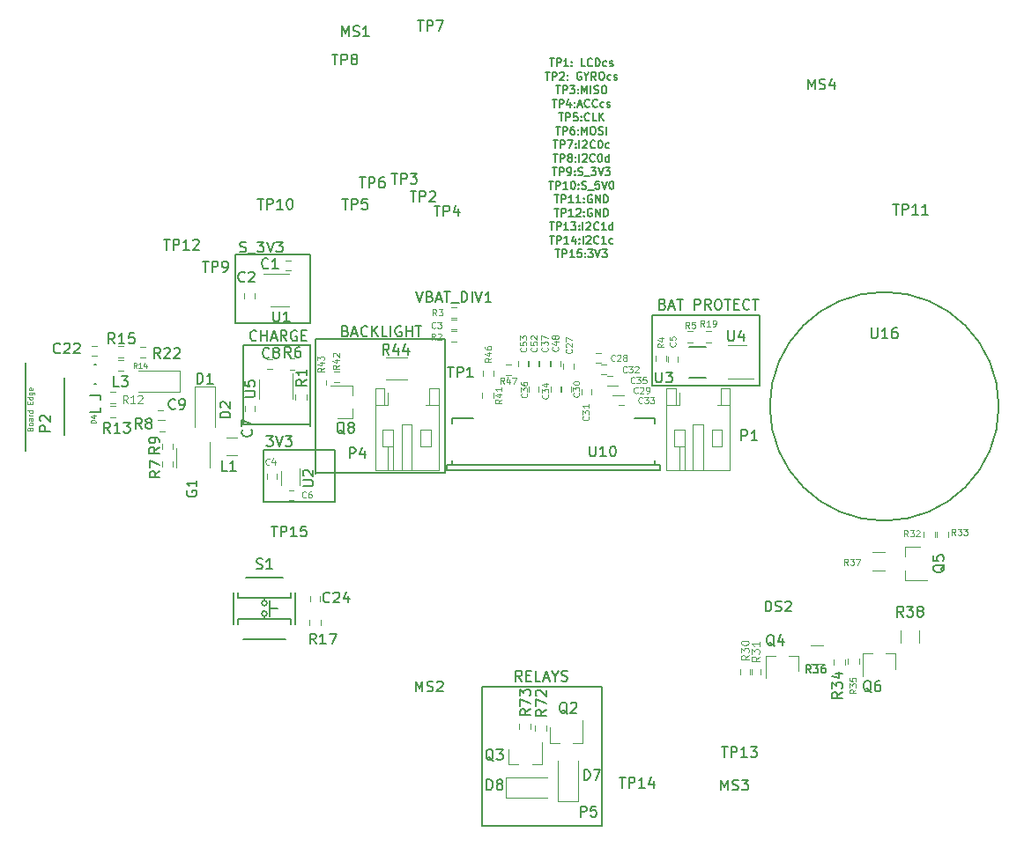
<source format=gbr>
G04 #@! TF.FileFunction,Legend,Top*
%FSLAX46Y46*%
G04 Gerber Fmt 4.6, Leading zero omitted, Abs format (unit mm)*
G04 Created by KiCad (PCBNEW 4.0.5) date 10/25/17 11:24:36*
%MOMM*%
%LPD*%
G01*
G04 APERTURE LIST*
%ADD10C,0.100000*%
%ADD11C,0.187500*%
%ADD12C,0.200000*%
%ADD13C,0.150000*%
%ADD14C,0.120000*%
%ADD15C,0.125000*%
G04 APERTURE END LIST*
D10*
D11*
X126578802Y-93549070D02*
X127007373Y-93549070D01*
X126793087Y-94299070D02*
X126793087Y-93549070D01*
X127257373Y-94299070D02*
X127257373Y-93549070D01*
X127543088Y-93549070D01*
X127614516Y-93584784D01*
X127650231Y-93620498D01*
X127685945Y-93691927D01*
X127685945Y-93799070D01*
X127650231Y-93870498D01*
X127614516Y-93906213D01*
X127543088Y-93941927D01*
X127257373Y-93941927D01*
X128400231Y-94299070D02*
X127971659Y-94299070D01*
X128185945Y-94299070D02*
X128185945Y-93549070D01*
X128114516Y-93656213D01*
X128043088Y-93727641D01*
X127971659Y-93763355D01*
X128721659Y-94227641D02*
X128757374Y-94263355D01*
X128721659Y-94299070D01*
X128685945Y-94263355D01*
X128721659Y-94227641D01*
X128721659Y-94299070D01*
X128721659Y-93834784D02*
X128757374Y-93870498D01*
X128721659Y-93906213D01*
X128685945Y-93870498D01*
X128721659Y-93834784D01*
X128721659Y-93906213D01*
X130007374Y-94299070D02*
X129650231Y-94299070D01*
X129650231Y-93549070D01*
X130685946Y-94227641D02*
X130650232Y-94263355D01*
X130543089Y-94299070D01*
X130471660Y-94299070D01*
X130364517Y-94263355D01*
X130293089Y-94191927D01*
X130257374Y-94120498D01*
X130221660Y-93977641D01*
X130221660Y-93870498D01*
X130257374Y-93727641D01*
X130293089Y-93656213D01*
X130364517Y-93584784D01*
X130471660Y-93549070D01*
X130543089Y-93549070D01*
X130650232Y-93584784D01*
X130685946Y-93620498D01*
X131007374Y-94299070D02*
X131007374Y-93549070D01*
X131185946Y-93549070D01*
X131293089Y-93584784D01*
X131364517Y-93656213D01*
X131400232Y-93727641D01*
X131435946Y-93870498D01*
X131435946Y-93977641D01*
X131400232Y-94120498D01*
X131364517Y-94191927D01*
X131293089Y-94263355D01*
X131185946Y-94299070D01*
X131007374Y-94299070D01*
X132078803Y-94263355D02*
X132007374Y-94299070D01*
X131864517Y-94299070D01*
X131793089Y-94263355D01*
X131757374Y-94227641D01*
X131721660Y-94156213D01*
X131721660Y-93941927D01*
X131757374Y-93870498D01*
X131793089Y-93834784D01*
X131864517Y-93799070D01*
X132007374Y-93799070D01*
X132078803Y-93834784D01*
X132364517Y-94263355D02*
X132435946Y-94299070D01*
X132578803Y-94299070D01*
X132650231Y-94263355D01*
X132685946Y-94191927D01*
X132685946Y-94156213D01*
X132650231Y-94084784D01*
X132578803Y-94049070D01*
X132471660Y-94049070D01*
X132400231Y-94013355D01*
X132364517Y-93941927D01*
X132364517Y-93906213D01*
X132400231Y-93834784D01*
X132471660Y-93799070D01*
X132578803Y-93799070D01*
X132650231Y-93834784D01*
X126168088Y-94861570D02*
X126596659Y-94861570D01*
X126382373Y-95611570D02*
X126382373Y-94861570D01*
X126846659Y-95611570D02*
X126846659Y-94861570D01*
X127132374Y-94861570D01*
X127203802Y-94897284D01*
X127239517Y-94932998D01*
X127275231Y-95004427D01*
X127275231Y-95111570D01*
X127239517Y-95182998D01*
X127203802Y-95218713D01*
X127132374Y-95254427D01*
X126846659Y-95254427D01*
X127560945Y-94932998D02*
X127596659Y-94897284D01*
X127668088Y-94861570D01*
X127846659Y-94861570D01*
X127918088Y-94897284D01*
X127953802Y-94932998D01*
X127989517Y-95004427D01*
X127989517Y-95075855D01*
X127953802Y-95182998D01*
X127525231Y-95611570D01*
X127989517Y-95611570D01*
X128310945Y-95540141D02*
X128346660Y-95575855D01*
X128310945Y-95611570D01*
X128275231Y-95575855D01*
X128310945Y-95540141D01*
X128310945Y-95611570D01*
X128310945Y-95147284D02*
X128346660Y-95182998D01*
X128310945Y-95218713D01*
X128275231Y-95182998D01*
X128310945Y-95147284D01*
X128310945Y-95218713D01*
X129632375Y-94897284D02*
X129560946Y-94861570D01*
X129453803Y-94861570D01*
X129346660Y-94897284D01*
X129275232Y-94968713D01*
X129239517Y-95040141D01*
X129203803Y-95182998D01*
X129203803Y-95290141D01*
X129239517Y-95432998D01*
X129275232Y-95504427D01*
X129346660Y-95575855D01*
X129453803Y-95611570D01*
X129525232Y-95611570D01*
X129632375Y-95575855D01*
X129668089Y-95540141D01*
X129668089Y-95290141D01*
X129525232Y-95290141D01*
X130132375Y-95254427D02*
X130132375Y-95611570D01*
X129882375Y-94861570D02*
X130132375Y-95254427D01*
X130382375Y-94861570D01*
X131060946Y-95611570D02*
X130810946Y-95254427D01*
X130632374Y-95611570D02*
X130632374Y-94861570D01*
X130918089Y-94861570D01*
X130989517Y-94897284D01*
X131025232Y-94932998D01*
X131060946Y-95004427D01*
X131060946Y-95111570D01*
X131025232Y-95182998D01*
X130989517Y-95218713D01*
X130918089Y-95254427D01*
X130632374Y-95254427D01*
X131525232Y-94861570D02*
X131668089Y-94861570D01*
X131739517Y-94897284D01*
X131810946Y-94968713D01*
X131846660Y-95111570D01*
X131846660Y-95361570D01*
X131810946Y-95504427D01*
X131739517Y-95575855D01*
X131668089Y-95611570D01*
X131525232Y-95611570D01*
X131453803Y-95575855D01*
X131382374Y-95504427D01*
X131346660Y-95361570D01*
X131346660Y-95111570D01*
X131382374Y-94968713D01*
X131453803Y-94897284D01*
X131525232Y-94861570D01*
X132489517Y-95575855D02*
X132418088Y-95611570D01*
X132275231Y-95611570D01*
X132203803Y-95575855D01*
X132168088Y-95540141D01*
X132132374Y-95468713D01*
X132132374Y-95254427D01*
X132168088Y-95182998D01*
X132203803Y-95147284D01*
X132275231Y-95111570D01*
X132418088Y-95111570D01*
X132489517Y-95147284D01*
X132775231Y-95575855D02*
X132846660Y-95611570D01*
X132989517Y-95611570D01*
X133060945Y-95575855D01*
X133096660Y-95504427D01*
X133096660Y-95468713D01*
X133060945Y-95397284D01*
X132989517Y-95361570D01*
X132882374Y-95361570D01*
X132810945Y-95325855D01*
X132775231Y-95254427D01*
X132775231Y-95218713D01*
X132810945Y-95147284D01*
X132882374Y-95111570D01*
X132989517Y-95111570D01*
X133060945Y-95147284D01*
X127185945Y-96174070D02*
X127614516Y-96174070D01*
X127400230Y-96924070D02*
X127400230Y-96174070D01*
X127864516Y-96924070D02*
X127864516Y-96174070D01*
X128150231Y-96174070D01*
X128221659Y-96209784D01*
X128257374Y-96245498D01*
X128293088Y-96316927D01*
X128293088Y-96424070D01*
X128257374Y-96495498D01*
X128221659Y-96531213D01*
X128150231Y-96566927D01*
X127864516Y-96566927D01*
X128543088Y-96174070D02*
X129007374Y-96174070D01*
X128757374Y-96459784D01*
X128864516Y-96459784D01*
X128935945Y-96495498D01*
X128971659Y-96531213D01*
X129007374Y-96602641D01*
X129007374Y-96781213D01*
X128971659Y-96852641D01*
X128935945Y-96888355D01*
X128864516Y-96924070D01*
X128650231Y-96924070D01*
X128578802Y-96888355D01*
X128543088Y-96852641D01*
X129328802Y-96852641D02*
X129364517Y-96888355D01*
X129328802Y-96924070D01*
X129293088Y-96888355D01*
X129328802Y-96852641D01*
X129328802Y-96924070D01*
X129328802Y-96459784D02*
X129364517Y-96495498D01*
X129328802Y-96531213D01*
X129293088Y-96495498D01*
X129328802Y-96459784D01*
X129328802Y-96531213D01*
X129685945Y-96924070D02*
X129685945Y-96174070D01*
X129935945Y-96709784D01*
X130185945Y-96174070D01*
X130185945Y-96924070D01*
X130543088Y-96924070D02*
X130543088Y-96174070D01*
X130864517Y-96888355D02*
X130971660Y-96924070D01*
X131150231Y-96924070D01*
X131221660Y-96888355D01*
X131257374Y-96852641D01*
X131293089Y-96781213D01*
X131293089Y-96709784D01*
X131257374Y-96638355D01*
X131221660Y-96602641D01*
X131150231Y-96566927D01*
X131007374Y-96531213D01*
X130935946Y-96495498D01*
X130900231Y-96459784D01*
X130864517Y-96388355D01*
X130864517Y-96316927D01*
X130900231Y-96245498D01*
X130935946Y-96209784D01*
X131007374Y-96174070D01*
X131185946Y-96174070D01*
X131293089Y-96209784D01*
X131757375Y-96174070D02*
X131900232Y-96174070D01*
X131971660Y-96209784D01*
X132043089Y-96281213D01*
X132078803Y-96424070D01*
X132078803Y-96674070D01*
X132043089Y-96816927D01*
X131971660Y-96888355D01*
X131900232Y-96924070D01*
X131757375Y-96924070D01*
X131685946Y-96888355D01*
X131614517Y-96816927D01*
X131578803Y-96674070D01*
X131578803Y-96424070D01*
X131614517Y-96281213D01*
X131685946Y-96209784D01*
X131757375Y-96174070D01*
X126846660Y-97486570D02*
X127275231Y-97486570D01*
X127060945Y-98236570D02*
X127060945Y-97486570D01*
X127525231Y-98236570D02*
X127525231Y-97486570D01*
X127810946Y-97486570D01*
X127882374Y-97522284D01*
X127918089Y-97557998D01*
X127953803Y-97629427D01*
X127953803Y-97736570D01*
X127918089Y-97807998D01*
X127882374Y-97843713D01*
X127810946Y-97879427D01*
X127525231Y-97879427D01*
X128596660Y-97736570D02*
X128596660Y-98236570D01*
X128418089Y-97450855D02*
X128239517Y-97986570D01*
X128703803Y-97986570D01*
X128989517Y-98165141D02*
X129025232Y-98200855D01*
X128989517Y-98236570D01*
X128953803Y-98200855D01*
X128989517Y-98165141D01*
X128989517Y-98236570D01*
X128989517Y-97772284D02*
X129025232Y-97807998D01*
X128989517Y-97843713D01*
X128953803Y-97807998D01*
X128989517Y-97772284D01*
X128989517Y-97843713D01*
X129310946Y-98022284D02*
X129668089Y-98022284D01*
X129239518Y-98236570D02*
X129489518Y-97486570D01*
X129739518Y-98236570D01*
X130418089Y-98165141D02*
X130382375Y-98200855D01*
X130275232Y-98236570D01*
X130203803Y-98236570D01*
X130096660Y-98200855D01*
X130025232Y-98129427D01*
X129989517Y-98057998D01*
X129953803Y-97915141D01*
X129953803Y-97807998D01*
X129989517Y-97665141D01*
X130025232Y-97593713D01*
X130096660Y-97522284D01*
X130203803Y-97486570D01*
X130275232Y-97486570D01*
X130382375Y-97522284D01*
X130418089Y-97557998D01*
X131168089Y-98165141D02*
X131132375Y-98200855D01*
X131025232Y-98236570D01*
X130953803Y-98236570D01*
X130846660Y-98200855D01*
X130775232Y-98129427D01*
X130739517Y-98057998D01*
X130703803Y-97915141D01*
X130703803Y-97807998D01*
X130739517Y-97665141D01*
X130775232Y-97593713D01*
X130846660Y-97522284D01*
X130953803Y-97486570D01*
X131025232Y-97486570D01*
X131132375Y-97522284D01*
X131168089Y-97557998D01*
X131810946Y-98200855D02*
X131739517Y-98236570D01*
X131596660Y-98236570D01*
X131525232Y-98200855D01*
X131489517Y-98165141D01*
X131453803Y-98093713D01*
X131453803Y-97879427D01*
X131489517Y-97807998D01*
X131525232Y-97772284D01*
X131596660Y-97736570D01*
X131739517Y-97736570D01*
X131810946Y-97772284D01*
X132096660Y-98200855D02*
X132168089Y-98236570D01*
X132310946Y-98236570D01*
X132382374Y-98200855D01*
X132418089Y-98129427D01*
X132418089Y-98093713D01*
X132382374Y-98022284D01*
X132310946Y-97986570D01*
X132203803Y-97986570D01*
X132132374Y-97950855D01*
X132096660Y-97879427D01*
X132096660Y-97843713D01*
X132132374Y-97772284D01*
X132203803Y-97736570D01*
X132310946Y-97736570D01*
X132382374Y-97772284D01*
X127489517Y-98799070D02*
X127918088Y-98799070D01*
X127703802Y-99549070D02*
X127703802Y-98799070D01*
X128168088Y-99549070D02*
X128168088Y-98799070D01*
X128453803Y-98799070D01*
X128525231Y-98834784D01*
X128560946Y-98870498D01*
X128596660Y-98941927D01*
X128596660Y-99049070D01*
X128560946Y-99120498D01*
X128525231Y-99156213D01*
X128453803Y-99191927D01*
X128168088Y-99191927D01*
X129275231Y-98799070D02*
X128918088Y-98799070D01*
X128882374Y-99156213D01*
X128918088Y-99120498D01*
X128989517Y-99084784D01*
X129168088Y-99084784D01*
X129239517Y-99120498D01*
X129275231Y-99156213D01*
X129310946Y-99227641D01*
X129310946Y-99406213D01*
X129275231Y-99477641D01*
X129239517Y-99513355D01*
X129168088Y-99549070D01*
X128989517Y-99549070D01*
X128918088Y-99513355D01*
X128882374Y-99477641D01*
X129632374Y-99477641D02*
X129668089Y-99513355D01*
X129632374Y-99549070D01*
X129596660Y-99513355D01*
X129632374Y-99477641D01*
X129632374Y-99549070D01*
X129632374Y-99084784D02*
X129668089Y-99120498D01*
X129632374Y-99156213D01*
X129596660Y-99120498D01*
X129632374Y-99084784D01*
X129632374Y-99156213D01*
X130418089Y-99477641D02*
X130382375Y-99513355D01*
X130275232Y-99549070D01*
X130203803Y-99549070D01*
X130096660Y-99513355D01*
X130025232Y-99441927D01*
X129989517Y-99370498D01*
X129953803Y-99227641D01*
X129953803Y-99120498D01*
X129989517Y-98977641D01*
X130025232Y-98906213D01*
X130096660Y-98834784D01*
X130203803Y-98799070D01*
X130275232Y-98799070D01*
X130382375Y-98834784D01*
X130418089Y-98870498D01*
X131096660Y-99549070D02*
X130739517Y-99549070D01*
X130739517Y-98799070D01*
X131346660Y-99549070D02*
X131346660Y-98799070D01*
X131775232Y-99549070D02*
X131453803Y-99120498D01*
X131775232Y-98799070D02*
X131346660Y-99227641D01*
X127185945Y-100111570D02*
X127614516Y-100111570D01*
X127400230Y-100861570D02*
X127400230Y-100111570D01*
X127864516Y-100861570D02*
X127864516Y-100111570D01*
X128150231Y-100111570D01*
X128221659Y-100147284D01*
X128257374Y-100182998D01*
X128293088Y-100254427D01*
X128293088Y-100361570D01*
X128257374Y-100432998D01*
X128221659Y-100468713D01*
X128150231Y-100504427D01*
X127864516Y-100504427D01*
X128935945Y-100111570D02*
X128793088Y-100111570D01*
X128721659Y-100147284D01*
X128685945Y-100182998D01*
X128614516Y-100290141D01*
X128578802Y-100432998D01*
X128578802Y-100718713D01*
X128614516Y-100790141D01*
X128650231Y-100825855D01*
X128721659Y-100861570D01*
X128864516Y-100861570D01*
X128935945Y-100825855D01*
X128971659Y-100790141D01*
X129007374Y-100718713D01*
X129007374Y-100540141D01*
X128971659Y-100468713D01*
X128935945Y-100432998D01*
X128864516Y-100397284D01*
X128721659Y-100397284D01*
X128650231Y-100432998D01*
X128614516Y-100468713D01*
X128578802Y-100540141D01*
X129328802Y-100790141D02*
X129364517Y-100825855D01*
X129328802Y-100861570D01*
X129293088Y-100825855D01*
X129328802Y-100790141D01*
X129328802Y-100861570D01*
X129328802Y-100397284D02*
X129364517Y-100432998D01*
X129328802Y-100468713D01*
X129293088Y-100432998D01*
X129328802Y-100397284D01*
X129328802Y-100468713D01*
X129685945Y-100861570D02*
X129685945Y-100111570D01*
X129935945Y-100647284D01*
X130185945Y-100111570D01*
X130185945Y-100861570D01*
X130685946Y-100111570D02*
X130828803Y-100111570D01*
X130900231Y-100147284D01*
X130971660Y-100218713D01*
X131007374Y-100361570D01*
X131007374Y-100611570D01*
X130971660Y-100754427D01*
X130900231Y-100825855D01*
X130828803Y-100861570D01*
X130685946Y-100861570D01*
X130614517Y-100825855D01*
X130543088Y-100754427D01*
X130507374Y-100611570D01*
X130507374Y-100361570D01*
X130543088Y-100218713D01*
X130614517Y-100147284D01*
X130685946Y-100111570D01*
X131293088Y-100825855D02*
X131400231Y-100861570D01*
X131578802Y-100861570D01*
X131650231Y-100825855D01*
X131685945Y-100790141D01*
X131721660Y-100718713D01*
X131721660Y-100647284D01*
X131685945Y-100575855D01*
X131650231Y-100540141D01*
X131578802Y-100504427D01*
X131435945Y-100468713D01*
X131364517Y-100432998D01*
X131328802Y-100397284D01*
X131293088Y-100325855D01*
X131293088Y-100254427D01*
X131328802Y-100182998D01*
X131364517Y-100147284D01*
X131435945Y-100111570D01*
X131614517Y-100111570D01*
X131721660Y-100147284D01*
X132043088Y-100861570D02*
X132043088Y-100111570D01*
X126953802Y-101424070D02*
X127382373Y-101424070D01*
X127168087Y-102174070D02*
X127168087Y-101424070D01*
X127632373Y-102174070D02*
X127632373Y-101424070D01*
X127918088Y-101424070D01*
X127989516Y-101459784D01*
X128025231Y-101495498D01*
X128060945Y-101566927D01*
X128060945Y-101674070D01*
X128025231Y-101745498D01*
X127989516Y-101781213D01*
X127918088Y-101816927D01*
X127632373Y-101816927D01*
X128310945Y-101424070D02*
X128810945Y-101424070D01*
X128489516Y-102174070D01*
X129096659Y-102102641D02*
X129132374Y-102138355D01*
X129096659Y-102174070D01*
X129060945Y-102138355D01*
X129096659Y-102102641D01*
X129096659Y-102174070D01*
X129096659Y-101709784D02*
X129132374Y-101745498D01*
X129096659Y-101781213D01*
X129060945Y-101745498D01*
X129096659Y-101709784D01*
X129096659Y-101781213D01*
X129453802Y-102174070D02*
X129453802Y-101424070D01*
X129775231Y-101495498D02*
X129810945Y-101459784D01*
X129882374Y-101424070D01*
X130060945Y-101424070D01*
X130132374Y-101459784D01*
X130168088Y-101495498D01*
X130203803Y-101566927D01*
X130203803Y-101638355D01*
X130168088Y-101745498D01*
X129739517Y-102174070D01*
X130203803Y-102174070D01*
X130953803Y-102102641D02*
X130918089Y-102138355D01*
X130810946Y-102174070D01*
X130739517Y-102174070D01*
X130632374Y-102138355D01*
X130560946Y-102066927D01*
X130525231Y-101995498D01*
X130489517Y-101852641D01*
X130489517Y-101745498D01*
X130525231Y-101602641D01*
X130560946Y-101531213D01*
X130632374Y-101459784D01*
X130739517Y-101424070D01*
X130810946Y-101424070D01*
X130918089Y-101459784D01*
X130953803Y-101495498D01*
X131418089Y-101424070D02*
X131489517Y-101424070D01*
X131560946Y-101459784D01*
X131596660Y-101495498D01*
X131632374Y-101566927D01*
X131668089Y-101709784D01*
X131668089Y-101888355D01*
X131632374Y-102031213D01*
X131596660Y-102102641D01*
X131560946Y-102138355D01*
X131489517Y-102174070D01*
X131418089Y-102174070D01*
X131346660Y-102138355D01*
X131310946Y-102102641D01*
X131275231Y-102031213D01*
X131239517Y-101888355D01*
X131239517Y-101709784D01*
X131275231Y-101566927D01*
X131310946Y-101495498D01*
X131346660Y-101459784D01*
X131418089Y-101424070D01*
X132310946Y-102138355D02*
X132239517Y-102174070D01*
X132096660Y-102174070D01*
X132025232Y-102138355D01*
X131989517Y-102102641D01*
X131953803Y-102031213D01*
X131953803Y-101816927D01*
X131989517Y-101745498D01*
X132025232Y-101709784D01*
X132096660Y-101674070D01*
X132239517Y-101674070D01*
X132310946Y-101709784D01*
X126935945Y-102736570D02*
X127364516Y-102736570D01*
X127150230Y-103486570D02*
X127150230Y-102736570D01*
X127614516Y-103486570D02*
X127614516Y-102736570D01*
X127900231Y-102736570D01*
X127971659Y-102772284D01*
X128007374Y-102807998D01*
X128043088Y-102879427D01*
X128043088Y-102986570D01*
X128007374Y-103057998D01*
X127971659Y-103093713D01*
X127900231Y-103129427D01*
X127614516Y-103129427D01*
X128471659Y-103057998D02*
X128400231Y-103022284D01*
X128364516Y-102986570D01*
X128328802Y-102915141D01*
X128328802Y-102879427D01*
X128364516Y-102807998D01*
X128400231Y-102772284D01*
X128471659Y-102736570D01*
X128614516Y-102736570D01*
X128685945Y-102772284D01*
X128721659Y-102807998D01*
X128757374Y-102879427D01*
X128757374Y-102915141D01*
X128721659Y-102986570D01*
X128685945Y-103022284D01*
X128614516Y-103057998D01*
X128471659Y-103057998D01*
X128400231Y-103093713D01*
X128364516Y-103129427D01*
X128328802Y-103200855D01*
X128328802Y-103343713D01*
X128364516Y-103415141D01*
X128400231Y-103450855D01*
X128471659Y-103486570D01*
X128614516Y-103486570D01*
X128685945Y-103450855D01*
X128721659Y-103415141D01*
X128757374Y-103343713D01*
X128757374Y-103200855D01*
X128721659Y-103129427D01*
X128685945Y-103093713D01*
X128614516Y-103057998D01*
X129078802Y-103415141D02*
X129114517Y-103450855D01*
X129078802Y-103486570D01*
X129043088Y-103450855D01*
X129078802Y-103415141D01*
X129078802Y-103486570D01*
X129078802Y-103022284D02*
X129114517Y-103057998D01*
X129078802Y-103093713D01*
X129043088Y-103057998D01*
X129078802Y-103022284D01*
X129078802Y-103093713D01*
X129435945Y-103486570D02*
X129435945Y-102736570D01*
X129757374Y-102807998D02*
X129793088Y-102772284D01*
X129864517Y-102736570D01*
X130043088Y-102736570D01*
X130114517Y-102772284D01*
X130150231Y-102807998D01*
X130185946Y-102879427D01*
X130185946Y-102950855D01*
X130150231Y-103057998D01*
X129721660Y-103486570D01*
X130185946Y-103486570D01*
X130935946Y-103415141D02*
X130900232Y-103450855D01*
X130793089Y-103486570D01*
X130721660Y-103486570D01*
X130614517Y-103450855D01*
X130543089Y-103379427D01*
X130507374Y-103307998D01*
X130471660Y-103165141D01*
X130471660Y-103057998D01*
X130507374Y-102915141D01*
X130543089Y-102843713D01*
X130614517Y-102772284D01*
X130721660Y-102736570D01*
X130793089Y-102736570D01*
X130900232Y-102772284D01*
X130935946Y-102807998D01*
X131400232Y-102736570D02*
X131471660Y-102736570D01*
X131543089Y-102772284D01*
X131578803Y-102807998D01*
X131614517Y-102879427D01*
X131650232Y-103022284D01*
X131650232Y-103200855D01*
X131614517Y-103343713D01*
X131578803Y-103415141D01*
X131543089Y-103450855D01*
X131471660Y-103486570D01*
X131400232Y-103486570D01*
X131328803Y-103450855D01*
X131293089Y-103415141D01*
X131257374Y-103343713D01*
X131221660Y-103200855D01*
X131221660Y-103022284D01*
X131257374Y-102879427D01*
X131293089Y-102807998D01*
X131328803Y-102772284D01*
X131400232Y-102736570D01*
X132293089Y-103486570D02*
X132293089Y-102736570D01*
X132293089Y-103450855D02*
X132221660Y-103486570D01*
X132078803Y-103486570D01*
X132007375Y-103450855D01*
X131971660Y-103415141D01*
X131935946Y-103343713D01*
X131935946Y-103129427D01*
X131971660Y-103057998D01*
X132007375Y-103022284D01*
X132078803Y-102986570D01*
X132221660Y-102986570D01*
X132293089Y-103022284D01*
X126864516Y-104049070D02*
X127293087Y-104049070D01*
X127078801Y-104799070D02*
X127078801Y-104049070D01*
X127543087Y-104799070D02*
X127543087Y-104049070D01*
X127828802Y-104049070D01*
X127900230Y-104084784D01*
X127935945Y-104120498D01*
X127971659Y-104191927D01*
X127971659Y-104299070D01*
X127935945Y-104370498D01*
X127900230Y-104406213D01*
X127828802Y-104441927D01*
X127543087Y-104441927D01*
X128328802Y-104799070D02*
X128471659Y-104799070D01*
X128543087Y-104763355D01*
X128578802Y-104727641D01*
X128650230Y-104620498D01*
X128685945Y-104477641D01*
X128685945Y-104191927D01*
X128650230Y-104120498D01*
X128614516Y-104084784D01*
X128543087Y-104049070D01*
X128400230Y-104049070D01*
X128328802Y-104084784D01*
X128293087Y-104120498D01*
X128257373Y-104191927D01*
X128257373Y-104370498D01*
X128293087Y-104441927D01*
X128328802Y-104477641D01*
X128400230Y-104513355D01*
X128543087Y-104513355D01*
X128614516Y-104477641D01*
X128650230Y-104441927D01*
X128685945Y-104370498D01*
X129007373Y-104727641D02*
X129043088Y-104763355D01*
X129007373Y-104799070D01*
X128971659Y-104763355D01*
X129007373Y-104727641D01*
X129007373Y-104799070D01*
X129007373Y-104334784D02*
X129043088Y-104370498D01*
X129007373Y-104406213D01*
X128971659Y-104370498D01*
X129007373Y-104334784D01*
X129007373Y-104406213D01*
X129328802Y-104763355D02*
X129435945Y-104799070D01*
X129614516Y-104799070D01*
X129685945Y-104763355D01*
X129721659Y-104727641D01*
X129757374Y-104656213D01*
X129757374Y-104584784D01*
X129721659Y-104513355D01*
X129685945Y-104477641D01*
X129614516Y-104441927D01*
X129471659Y-104406213D01*
X129400231Y-104370498D01*
X129364516Y-104334784D01*
X129328802Y-104263355D01*
X129328802Y-104191927D01*
X129364516Y-104120498D01*
X129400231Y-104084784D01*
X129471659Y-104049070D01*
X129650231Y-104049070D01*
X129757374Y-104084784D01*
X129900231Y-104870498D02*
X130471660Y-104870498D01*
X130578803Y-104049070D02*
X131043089Y-104049070D01*
X130793089Y-104334784D01*
X130900231Y-104334784D01*
X130971660Y-104370498D01*
X131007374Y-104406213D01*
X131043089Y-104477641D01*
X131043089Y-104656213D01*
X131007374Y-104727641D01*
X130971660Y-104763355D01*
X130900231Y-104799070D01*
X130685946Y-104799070D01*
X130614517Y-104763355D01*
X130578803Y-104727641D01*
X131257375Y-104049070D02*
X131507375Y-104799070D01*
X131757375Y-104049070D01*
X131935946Y-104049070D02*
X132400232Y-104049070D01*
X132150232Y-104334784D01*
X132257374Y-104334784D01*
X132328803Y-104370498D01*
X132364517Y-104406213D01*
X132400232Y-104477641D01*
X132400232Y-104656213D01*
X132364517Y-104727641D01*
X132328803Y-104763355D01*
X132257374Y-104799070D01*
X132043089Y-104799070D01*
X131971660Y-104763355D01*
X131935946Y-104727641D01*
X126507373Y-105361570D02*
X126935944Y-105361570D01*
X126721658Y-106111570D02*
X126721658Y-105361570D01*
X127185944Y-106111570D02*
X127185944Y-105361570D01*
X127471659Y-105361570D01*
X127543087Y-105397284D01*
X127578802Y-105432998D01*
X127614516Y-105504427D01*
X127614516Y-105611570D01*
X127578802Y-105682998D01*
X127543087Y-105718713D01*
X127471659Y-105754427D01*
X127185944Y-105754427D01*
X128328802Y-106111570D02*
X127900230Y-106111570D01*
X128114516Y-106111570D02*
X128114516Y-105361570D01*
X128043087Y-105468713D01*
X127971659Y-105540141D01*
X127900230Y-105575855D01*
X128793088Y-105361570D02*
X128864516Y-105361570D01*
X128935945Y-105397284D01*
X128971659Y-105432998D01*
X129007373Y-105504427D01*
X129043088Y-105647284D01*
X129043088Y-105825855D01*
X129007373Y-105968713D01*
X128971659Y-106040141D01*
X128935945Y-106075855D01*
X128864516Y-106111570D01*
X128793088Y-106111570D01*
X128721659Y-106075855D01*
X128685945Y-106040141D01*
X128650230Y-105968713D01*
X128614516Y-105825855D01*
X128614516Y-105647284D01*
X128650230Y-105504427D01*
X128685945Y-105432998D01*
X128721659Y-105397284D01*
X128793088Y-105361570D01*
X129364516Y-106040141D02*
X129400231Y-106075855D01*
X129364516Y-106111570D01*
X129328802Y-106075855D01*
X129364516Y-106040141D01*
X129364516Y-106111570D01*
X129364516Y-105647284D02*
X129400231Y-105682998D01*
X129364516Y-105718713D01*
X129328802Y-105682998D01*
X129364516Y-105647284D01*
X129364516Y-105718713D01*
X129685945Y-106075855D02*
X129793088Y-106111570D01*
X129971659Y-106111570D01*
X130043088Y-106075855D01*
X130078802Y-106040141D01*
X130114517Y-105968713D01*
X130114517Y-105897284D01*
X130078802Y-105825855D01*
X130043088Y-105790141D01*
X129971659Y-105754427D01*
X129828802Y-105718713D01*
X129757374Y-105682998D01*
X129721659Y-105647284D01*
X129685945Y-105575855D01*
X129685945Y-105504427D01*
X129721659Y-105432998D01*
X129757374Y-105397284D01*
X129828802Y-105361570D01*
X130007374Y-105361570D01*
X130114517Y-105397284D01*
X130257374Y-106182998D02*
X130828803Y-106182998D01*
X131364517Y-105361570D02*
X131007374Y-105361570D01*
X130971660Y-105718713D01*
X131007374Y-105682998D01*
X131078803Y-105647284D01*
X131257374Y-105647284D01*
X131328803Y-105682998D01*
X131364517Y-105718713D01*
X131400232Y-105790141D01*
X131400232Y-105968713D01*
X131364517Y-106040141D01*
X131328803Y-106075855D01*
X131257374Y-106111570D01*
X131078803Y-106111570D01*
X131007374Y-106075855D01*
X130971660Y-106040141D01*
X131614518Y-105361570D02*
X131864518Y-106111570D01*
X132114518Y-105361570D01*
X132507375Y-105361570D02*
X132578803Y-105361570D01*
X132650232Y-105397284D01*
X132685946Y-105432998D01*
X132721660Y-105504427D01*
X132757375Y-105647284D01*
X132757375Y-105825855D01*
X132721660Y-105968713D01*
X132685946Y-106040141D01*
X132650232Y-106075855D01*
X132578803Y-106111570D01*
X132507375Y-106111570D01*
X132435946Y-106075855D01*
X132400232Y-106040141D01*
X132364517Y-105968713D01*
X132328803Y-105825855D01*
X132328803Y-105647284D01*
X132364517Y-105504427D01*
X132400232Y-105432998D01*
X132435946Y-105397284D01*
X132507375Y-105361570D01*
X127043088Y-106674070D02*
X127471659Y-106674070D01*
X127257373Y-107424070D02*
X127257373Y-106674070D01*
X127721659Y-107424070D02*
X127721659Y-106674070D01*
X128007374Y-106674070D01*
X128078802Y-106709784D01*
X128114517Y-106745498D01*
X128150231Y-106816927D01*
X128150231Y-106924070D01*
X128114517Y-106995498D01*
X128078802Y-107031213D01*
X128007374Y-107066927D01*
X127721659Y-107066927D01*
X128864517Y-107424070D02*
X128435945Y-107424070D01*
X128650231Y-107424070D02*
X128650231Y-106674070D01*
X128578802Y-106781213D01*
X128507374Y-106852641D01*
X128435945Y-106888355D01*
X129578803Y-107424070D02*
X129150231Y-107424070D01*
X129364517Y-107424070D02*
X129364517Y-106674070D01*
X129293088Y-106781213D01*
X129221660Y-106852641D01*
X129150231Y-106888355D01*
X129900231Y-107352641D02*
X129935946Y-107388355D01*
X129900231Y-107424070D01*
X129864517Y-107388355D01*
X129900231Y-107352641D01*
X129900231Y-107424070D01*
X129900231Y-106959784D02*
X129935946Y-106995498D01*
X129900231Y-107031213D01*
X129864517Y-106995498D01*
X129900231Y-106959784D01*
X129900231Y-107031213D01*
X130650232Y-106709784D02*
X130578803Y-106674070D01*
X130471660Y-106674070D01*
X130364517Y-106709784D01*
X130293089Y-106781213D01*
X130257374Y-106852641D01*
X130221660Y-106995498D01*
X130221660Y-107102641D01*
X130257374Y-107245498D01*
X130293089Y-107316927D01*
X130364517Y-107388355D01*
X130471660Y-107424070D01*
X130543089Y-107424070D01*
X130650232Y-107388355D01*
X130685946Y-107352641D01*
X130685946Y-107102641D01*
X130543089Y-107102641D01*
X131007374Y-107424070D02*
X131007374Y-106674070D01*
X131435946Y-107424070D01*
X131435946Y-106674070D01*
X131793088Y-107424070D02*
X131793088Y-106674070D01*
X131971660Y-106674070D01*
X132078803Y-106709784D01*
X132150231Y-106781213D01*
X132185946Y-106852641D01*
X132221660Y-106995498D01*
X132221660Y-107102641D01*
X132185946Y-107245498D01*
X132150231Y-107316927D01*
X132078803Y-107388355D01*
X131971660Y-107424070D01*
X131793088Y-107424070D01*
X127043088Y-107986570D02*
X127471659Y-107986570D01*
X127257373Y-108736570D02*
X127257373Y-107986570D01*
X127721659Y-108736570D02*
X127721659Y-107986570D01*
X128007374Y-107986570D01*
X128078802Y-108022284D01*
X128114517Y-108057998D01*
X128150231Y-108129427D01*
X128150231Y-108236570D01*
X128114517Y-108307998D01*
X128078802Y-108343713D01*
X128007374Y-108379427D01*
X127721659Y-108379427D01*
X128864517Y-108736570D02*
X128435945Y-108736570D01*
X128650231Y-108736570D02*
X128650231Y-107986570D01*
X128578802Y-108093713D01*
X128507374Y-108165141D01*
X128435945Y-108200855D01*
X129150231Y-108057998D02*
X129185945Y-108022284D01*
X129257374Y-107986570D01*
X129435945Y-107986570D01*
X129507374Y-108022284D01*
X129543088Y-108057998D01*
X129578803Y-108129427D01*
X129578803Y-108200855D01*
X129543088Y-108307998D01*
X129114517Y-108736570D01*
X129578803Y-108736570D01*
X129900231Y-108665141D02*
X129935946Y-108700855D01*
X129900231Y-108736570D01*
X129864517Y-108700855D01*
X129900231Y-108665141D01*
X129900231Y-108736570D01*
X129900231Y-108272284D02*
X129935946Y-108307998D01*
X129900231Y-108343713D01*
X129864517Y-108307998D01*
X129900231Y-108272284D01*
X129900231Y-108343713D01*
X130650232Y-108022284D02*
X130578803Y-107986570D01*
X130471660Y-107986570D01*
X130364517Y-108022284D01*
X130293089Y-108093713D01*
X130257374Y-108165141D01*
X130221660Y-108307998D01*
X130221660Y-108415141D01*
X130257374Y-108557998D01*
X130293089Y-108629427D01*
X130364517Y-108700855D01*
X130471660Y-108736570D01*
X130543089Y-108736570D01*
X130650232Y-108700855D01*
X130685946Y-108665141D01*
X130685946Y-108415141D01*
X130543089Y-108415141D01*
X131007374Y-108736570D02*
X131007374Y-107986570D01*
X131435946Y-108736570D01*
X131435946Y-107986570D01*
X131793088Y-108736570D02*
X131793088Y-107986570D01*
X131971660Y-107986570D01*
X132078803Y-108022284D01*
X132150231Y-108093713D01*
X132185946Y-108165141D01*
X132221660Y-108307998D01*
X132221660Y-108415141D01*
X132185946Y-108557998D01*
X132150231Y-108629427D01*
X132078803Y-108700855D01*
X131971660Y-108736570D01*
X131793088Y-108736570D01*
X126578802Y-109299070D02*
X127007373Y-109299070D01*
X126793087Y-110049070D02*
X126793087Y-109299070D01*
X127257373Y-110049070D02*
X127257373Y-109299070D01*
X127543088Y-109299070D01*
X127614516Y-109334784D01*
X127650231Y-109370498D01*
X127685945Y-109441927D01*
X127685945Y-109549070D01*
X127650231Y-109620498D01*
X127614516Y-109656213D01*
X127543088Y-109691927D01*
X127257373Y-109691927D01*
X128400231Y-110049070D02*
X127971659Y-110049070D01*
X128185945Y-110049070D02*
X128185945Y-109299070D01*
X128114516Y-109406213D01*
X128043088Y-109477641D01*
X127971659Y-109513355D01*
X128650231Y-109299070D02*
X129114517Y-109299070D01*
X128864517Y-109584784D01*
X128971659Y-109584784D01*
X129043088Y-109620498D01*
X129078802Y-109656213D01*
X129114517Y-109727641D01*
X129114517Y-109906213D01*
X129078802Y-109977641D01*
X129043088Y-110013355D01*
X128971659Y-110049070D01*
X128757374Y-110049070D01*
X128685945Y-110013355D01*
X128650231Y-109977641D01*
X129435945Y-109977641D02*
X129471660Y-110013355D01*
X129435945Y-110049070D01*
X129400231Y-110013355D01*
X129435945Y-109977641D01*
X129435945Y-110049070D01*
X129435945Y-109584784D02*
X129471660Y-109620498D01*
X129435945Y-109656213D01*
X129400231Y-109620498D01*
X129435945Y-109584784D01*
X129435945Y-109656213D01*
X129793088Y-110049070D02*
X129793088Y-109299070D01*
X130114517Y-109370498D02*
X130150231Y-109334784D01*
X130221660Y-109299070D01*
X130400231Y-109299070D01*
X130471660Y-109334784D01*
X130507374Y-109370498D01*
X130543089Y-109441927D01*
X130543089Y-109513355D01*
X130507374Y-109620498D01*
X130078803Y-110049070D01*
X130543089Y-110049070D01*
X131293089Y-109977641D02*
X131257375Y-110013355D01*
X131150232Y-110049070D01*
X131078803Y-110049070D01*
X130971660Y-110013355D01*
X130900232Y-109941927D01*
X130864517Y-109870498D01*
X130828803Y-109727641D01*
X130828803Y-109620498D01*
X130864517Y-109477641D01*
X130900232Y-109406213D01*
X130971660Y-109334784D01*
X131078803Y-109299070D01*
X131150232Y-109299070D01*
X131257375Y-109334784D01*
X131293089Y-109370498D01*
X132007375Y-110049070D02*
X131578803Y-110049070D01*
X131793089Y-110049070D02*
X131793089Y-109299070D01*
X131721660Y-109406213D01*
X131650232Y-109477641D01*
X131578803Y-109513355D01*
X132650232Y-110049070D02*
X132650232Y-109299070D01*
X132650232Y-110013355D02*
X132578803Y-110049070D01*
X132435946Y-110049070D01*
X132364518Y-110013355D01*
X132328803Y-109977641D01*
X132293089Y-109906213D01*
X132293089Y-109691927D01*
X132328803Y-109620498D01*
X132364518Y-109584784D01*
X132435946Y-109549070D01*
X132578803Y-109549070D01*
X132650232Y-109584784D01*
X126596659Y-110611570D02*
X127025230Y-110611570D01*
X126810944Y-111361570D02*
X126810944Y-110611570D01*
X127275230Y-111361570D02*
X127275230Y-110611570D01*
X127560945Y-110611570D01*
X127632373Y-110647284D01*
X127668088Y-110682998D01*
X127703802Y-110754427D01*
X127703802Y-110861570D01*
X127668088Y-110932998D01*
X127632373Y-110968713D01*
X127560945Y-111004427D01*
X127275230Y-111004427D01*
X128418088Y-111361570D02*
X127989516Y-111361570D01*
X128203802Y-111361570D02*
X128203802Y-110611570D01*
X128132373Y-110718713D01*
X128060945Y-110790141D01*
X127989516Y-110825855D01*
X129060945Y-110861570D02*
X129060945Y-111361570D01*
X128882374Y-110575855D02*
X128703802Y-111111570D01*
X129168088Y-111111570D01*
X129453802Y-111290141D02*
X129489517Y-111325855D01*
X129453802Y-111361570D01*
X129418088Y-111325855D01*
X129453802Y-111290141D01*
X129453802Y-111361570D01*
X129453802Y-110897284D02*
X129489517Y-110932998D01*
X129453802Y-110968713D01*
X129418088Y-110932998D01*
X129453802Y-110897284D01*
X129453802Y-110968713D01*
X129810945Y-111361570D02*
X129810945Y-110611570D01*
X130132374Y-110682998D02*
X130168088Y-110647284D01*
X130239517Y-110611570D01*
X130418088Y-110611570D01*
X130489517Y-110647284D01*
X130525231Y-110682998D01*
X130560946Y-110754427D01*
X130560946Y-110825855D01*
X130525231Y-110932998D01*
X130096660Y-111361570D01*
X130560946Y-111361570D01*
X131310946Y-111290141D02*
X131275232Y-111325855D01*
X131168089Y-111361570D01*
X131096660Y-111361570D01*
X130989517Y-111325855D01*
X130918089Y-111254427D01*
X130882374Y-111182998D01*
X130846660Y-111040141D01*
X130846660Y-110932998D01*
X130882374Y-110790141D01*
X130918089Y-110718713D01*
X130989517Y-110647284D01*
X131096660Y-110611570D01*
X131168089Y-110611570D01*
X131275232Y-110647284D01*
X131310946Y-110682998D01*
X132025232Y-111361570D02*
X131596660Y-111361570D01*
X131810946Y-111361570D02*
X131810946Y-110611570D01*
X131739517Y-110718713D01*
X131668089Y-110790141D01*
X131596660Y-110825855D01*
X132668089Y-111325855D02*
X132596660Y-111361570D01*
X132453803Y-111361570D01*
X132382375Y-111325855D01*
X132346660Y-111290141D01*
X132310946Y-111218713D01*
X132310946Y-111004427D01*
X132346660Y-110932998D01*
X132382375Y-110897284D01*
X132453803Y-110861570D01*
X132596660Y-110861570D01*
X132668089Y-110897284D01*
X127150231Y-111924070D02*
X127578802Y-111924070D01*
X127364516Y-112674070D02*
X127364516Y-111924070D01*
X127828802Y-112674070D02*
X127828802Y-111924070D01*
X128114517Y-111924070D01*
X128185945Y-111959784D01*
X128221660Y-111995498D01*
X128257374Y-112066927D01*
X128257374Y-112174070D01*
X128221660Y-112245498D01*
X128185945Y-112281213D01*
X128114517Y-112316927D01*
X127828802Y-112316927D01*
X128971660Y-112674070D02*
X128543088Y-112674070D01*
X128757374Y-112674070D02*
X128757374Y-111924070D01*
X128685945Y-112031213D01*
X128614517Y-112102641D01*
X128543088Y-112138355D01*
X129650231Y-111924070D02*
X129293088Y-111924070D01*
X129257374Y-112281213D01*
X129293088Y-112245498D01*
X129364517Y-112209784D01*
X129543088Y-112209784D01*
X129614517Y-112245498D01*
X129650231Y-112281213D01*
X129685946Y-112352641D01*
X129685946Y-112531213D01*
X129650231Y-112602641D01*
X129614517Y-112638355D01*
X129543088Y-112674070D01*
X129364517Y-112674070D01*
X129293088Y-112638355D01*
X129257374Y-112602641D01*
X130007374Y-112602641D02*
X130043089Y-112638355D01*
X130007374Y-112674070D01*
X129971660Y-112638355D01*
X130007374Y-112602641D01*
X130007374Y-112674070D01*
X130007374Y-112209784D02*
X130043089Y-112245498D01*
X130007374Y-112281213D01*
X129971660Y-112245498D01*
X130007374Y-112209784D01*
X130007374Y-112281213D01*
X130293089Y-111924070D02*
X130757375Y-111924070D01*
X130507375Y-112209784D01*
X130614517Y-112209784D01*
X130685946Y-112245498D01*
X130721660Y-112281213D01*
X130757375Y-112352641D01*
X130757375Y-112531213D01*
X130721660Y-112602641D01*
X130685946Y-112638355D01*
X130614517Y-112674070D01*
X130400232Y-112674070D01*
X130328803Y-112638355D01*
X130293089Y-112602641D01*
X130971661Y-111924070D02*
X131221661Y-112674070D01*
X131471661Y-111924070D01*
X131650232Y-111924070D02*
X132114518Y-111924070D01*
X131864518Y-112209784D01*
X131971660Y-112209784D01*
X132043089Y-112245498D01*
X132078803Y-112281213D01*
X132114518Y-112352641D01*
X132114518Y-112531213D01*
X132078803Y-112602641D01*
X132043089Y-112638355D01*
X131971660Y-112674070D01*
X131757375Y-112674070D01*
X131685946Y-112638355D01*
X131650232Y-112602641D01*
D12*
X106989127Y-119756455D02*
X107131984Y-119804074D01*
X107179603Y-119851694D01*
X107227222Y-119946932D01*
X107227222Y-120089789D01*
X107179603Y-120185027D01*
X107131984Y-120232646D01*
X107036746Y-120280265D01*
X106655793Y-120280265D01*
X106655793Y-119280265D01*
X106989127Y-119280265D01*
X107084365Y-119327884D01*
X107131984Y-119375503D01*
X107179603Y-119470741D01*
X107179603Y-119565979D01*
X107131984Y-119661217D01*
X107084365Y-119708836D01*
X106989127Y-119756455D01*
X106655793Y-119756455D01*
X107608174Y-119994551D02*
X108084365Y-119994551D01*
X107512936Y-120280265D02*
X107846269Y-119280265D01*
X108179603Y-120280265D01*
X109084365Y-120185027D02*
X109036746Y-120232646D01*
X108893889Y-120280265D01*
X108798651Y-120280265D01*
X108655793Y-120232646D01*
X108560555Y-120137408D01*
X108512936Y-120042170D01*
X108465317Y-119851694D01*
X108465317Y-119708836D01*
X108512936Y-119518360D01*
X108560555Y-119423122D01*
X108655793Y-119327884D01*
X108798651Y-119280265D01*
X108893889Y-119280265D01*
X109036746Y-119327884D01*
X109084365Y-119375503D01*
X109512936Y-120280265D02*
X109512936Y-119280265D01*
X110084365Y-120280265D02*
X109655793Y-119708836D01*
X110084365Y-119280265D02*
X109512936Y-119851694D01*
X110989127Y-120280265D02*
X110512936Y-120280265D01*
X110512936Y-119280265D01*
X111322460Y-120280265D02*
X111322460Y-119280265D01*
X112322460Y-119327884D02*
X112227222Y-119280265D01*
X112084365Y-119280265D01*
X111941507Y-119327884D01*
X111846269Y-119423122D01*
X111798650Y-119518360D01*
X111751031Y-119708836D01*
X111751031Y-119851694D01*
X111798650Y-120042170D01*
X111846269Y-120137408D01*
X111941507Y-120232646D01*
X112084365Y-120280265D01*
X112179603Y-120280265D01*
X112322460Y-120232646D01*
X112370079Y-120185027D01*
X112370079Y-119851694D01*
X112179603Y-119851694D01*
X112798650Y-120280265D02*
X112798650Y-119280265D01*
X112798650Y-119756455D02*
X113370079Y-119756455D01*
X113370079Y-120280265D02*
X113370079Y-119280265D01*
X113703412Y-119280265D02*
X114274841Y-119280265D01*
X113989126Y-120280265D02*
X113989126Y-119280265D01*
X104115008Y-133442284D02*
X104115008Y-120534004D01*
X116515288Y-133416884D02*
X104115008Y-133416884D01*
X116515288Y-120544164D02*
X116515288Y-133416884D01*
X104110000Y-120544164D02*
X116515288Y-120544164D01*
X98422850Y-120604427D02*
X98375231Y-120652046D01*
X98232374Y-120699665D01*
X98137136Y-120699665D01*
X97994278Y-120652046D01*
X97899040Y-120556808D01*
X97851421Y-120461570D01*
X97803802Y-120271094D01*
X97803802Y-120128236D01*
X97851421Y-119937760D01*
X97899040Y-119842522D01*
X97994278Y-119747284D01*
X98137136Y-119699665D01*
X98232374Y-119699665D01*
X98375231Y-119747284D01*
X98422850Y-119794903D01*
X98851421Y-120699665D02*
X98851421Y-119699665D01*
X98851421Y-120175855D02*
X99422850Y-120175855D01*
X99422850Y-120699665D02*
X99422850Y-119699665D01*
X99851421Y-120413951D02*
X100327612Y-120413951D01*
X99756183Y-120699665D02*
X100089516Y-119699665D01*
X100422850Y-120699665D01*
X101327612Y-120699665D02*
X100994278Y-120223474D01*
X100756183Y-120699665D02*
X100756183Y-119699665D01*
X101137136Y-119699665D01*
X101232374Y-119747284D01*
X101279993Y-119794903D01*
X101327612Y-119890141D01*
X101327612Y-120032998D01*
X101279993Y-120128236D01*
X101232374Y-120175855D01*
X101137136Y-120223474D01*
X100756183Y-120223474D01*
X102279993Y-119747284D02*
X102184755Y-119699665D01*
X102041898Y-119699665D01*
X101899040Y-119747284D01*
X101803802Y-119842522D01*
X101756183Y-119937760D01*
X101708564Y-120128236D01*
X101708564Y-120271094D01*
X101756183Y-120461570D01*
X101803802Y-120556808D01*
X101899040Y-120652046D01*
X102041898Y-120699665D01*
X102137136Y-120699665D01*
X102279993Y-120652046D01*
X102327612Y-120604427D01*
X102327612Y-120271094D01*
X102137136Y-120271094D01*
X102756183Y-120175855D02*
X103089517Y-120175855D01*
X103232374Y-120699665D02*
X102756183Y-120699665D01*
X102756183Y-119699665D01*
X103232374Y-119699665D01*
X97138100Y-121135172D02*
X103579540Y-121135172D01*
X97138100Y-128745012D02*
X97138100Y-121135172D01*
X103599860Y-128745012D02*
X97138100Y-128745012D01*
X103599860Y-121013652D02*
X103599860Y-128882572D01*
X123921336Y-153423785D02*
X123588002Y-152947594D01*
X123349907Y-153423785D02*
X123349907Y-152423785D01*
X123730860Y-152423785D01*
X123826098Y-152471404D01*
X123873717Y-152519023D01*
X123921336Y-152614261D01*
X123921336Y-152757118D01*
X123873717Y-152852356D01*
X123826098Y-152899975D01*
X123730860Y-152947594D01*
X123349907Y-152947594D01*
X124349907Y-152899975D02*
X124683241Y-152899975D01*
X124826098Y-153423785D02*
X124349907Y-153423785D01*
X124349907Y-152423785D01*
X124826098Y-152423785D01*
X125730860Y-153423785D02*
X125254669Y-153423785D01*
X125254669Y-152423785D01*
X126016574Y-153138071D02*
X126492765Y-153138071D01*
X125921336Y-153423785D02*
X126254669Y-152423785D01*
X126588003Y-153423785D01*
X127111812Y-152947594D02*
X127111812Y-153423785D01*
X126778479Y-152423785D02*
X127111812Y-152947594D01*
X127445146Y-152423785D01*
X127730860Y-153376166D02*
X127873717Y-153423785D01*
X128111813Y-153423785D01*
X128207051Y-153376166D01*
X128254670Y-153328547D01*
X128302289Y-153233309D01*
X128302289Y-153138071D01*
X128254670Y-153042833D01*
X128207051Y-152995214D01*
X128111813Y-152947594D01*
X127921336Y-152899975D01*
X127826098Y-152852356D01*
X127778479Y-152804737D01*
X127730860Y-152709499D01*
X127730860Y-152614261D01*
X127778479Y-152519023D01*
X127826098Y-152471404D01*
X127921336Y-152423785D01*
X128159432Y-152423785D01*
X128302289Y-152471404D01*
X131608214Y-153975088D02*
X131582814Y-167320248D01*
X120071534Y-153975088D02*
X131608214Y-153975088D01*
X120071534Y-167335488D02*
X120071534Y-153975088D01*
X131597142Y-167335488D02*
X120071534Y-167335488D01*
X96847949Y-112129006D02*
X96990806Y-112176625D01*
X97228902Y-112176625D01*
X97324140Y-112129006D01*
X97371759Y-112081387D01*
X97419378Y-111986149D01*
X97419378Y-111890911D01*
X97371759Y-111795673D01*
X97324140Y-111748054D01*
X97228902Y-111700434D01*
X97038425Y-111652815D01*
X96943187Y-111605196D01*
X96895568Y-111557577D01*
X96847949Y-111462339D01*
X96847949Y-111367101D01*
X96895568Y-111271863D01*
X96943187Y-111224244D01*
X97038425Y-111176625D01*
X97276521Y-111176625D01*
X97419378Y-111224244D01*
X97609854Y-112271863D02*
X98371759Y-112271863D01*
X98514616Y-111176625D02*
X99133664Y-111176625D01*
X98800330Y-111557577D01*
X98943188Y-111557577D01*
X99038426Y-111605196D01*
X99086045Y-111652815D01*
X99133664Y-111748054D01*
X99133664Y-111986149D01*
X99086045Y-112081387D01*
X99038426Y-112129006D01*
X98943188Y-112176625D01*
X98657473Y-112176625D01*
X98562235Y-112129006D01*
X98514616Y-112081387D01*
X99419378Y-111176625D02*
X99752711Y-112176625D01*
X100086045Y-111176625D01*
X100324140Y-111176625D02*
X100943188Y-111176625D01*
X100609854Y-111557577D01*
X100752712Y-111557577D01*
X100847950Y-111605196D01*
X100895569Y-111652815D01*
X100943188Y-111748054D01*
X100943188Y-111986149D01*
X100895569Y-112081387D01*
X100847950Y-112129006D01*
X100752712Y-112176625D01*
X100466997Y-112176625D01*
X100371759Y-112129006D01*
X100324140Y-112081387D01*
X96426688Y-118998804D02*
X96426688Y-112369404D01*
X103609808Y-118998804D02*
X96426688Y-118998804D01*
X103604728Y-112364324D02*
X103609808Y-118998804D01*
X96416528Y-112364324D02*
X103604728Y-112364324D01*
X99379353Y-129836545D02*
X99998401Y-129836545D01*
X99665067Y-130217497D01*
X99807925Y-130217497D01*
X99903163Y-130265116D01*
X99950782Y-130312735D01*
X99998401Y-130407974D01*
X99998401Y-130646069D01*
X99950782Y-130741307D01*
X99903163Y-130788926D01*
X99807925Y-130836545D01*
X99522210Y-130836545D01*
X99426972Y-130788926D01*
X99379353Y-130741307D01*
X100284115Y-129836545D02*
X100617448Y-130836545D01*
X100950782Y-129836545D01*
X101188877Y-129836545D02*
X101807925Y-129836545D01*
X101474591Y-130217497D01*
X101617449Y-130217497D01*
X101712687Y-130265116D01*
X101760306Y-130312735D01*
X101807925Y-130407974D01*
X101807925Y-130646069D01*
X101760306Y-130741307D01*
X101712687Y-130788926D01*
X101617449Y-130836545D01*
X101331734Y-130836545D01*
X101236496Y-130788926D01*
X101188877Y-130741307D01*
X99062968Y-136221084D02*
X99062968Y-131217284D01*
X105956528Y-136221084D02*
X99062968Y-136221084D01*
X105956528Y-131217284D02*
X105956528Y-136221084D01*
X99061800Y-131222364D02*
X105971768Y-131222364D01*
D13*
X137462385Y-117177415D02*
X137605242Y-117225034D01*
X137652861Y-117272654D01*
X137700480Y-117367892D01*
X137700480Y-117510749D01*
X137652861Y-117605987D01*
X137605242Y-117653606D01*
X137510004Y-117701225D01*
X137129051Y-117701225D01*
X137129051Y-116701225D01*
X137462385Y-116701225D01*
X137557623Y-116748844D01*
X137605242Y-116796463D01*
X137652861Y-116891701D01*
X137652861Y-116986939D01*
X137605242Y-117082177D01*
X137557623Y-117129796D01*
X137462385Y-117177415D01*
X137129051Y-117177415D01*
X138081432Y-117415511D02*
X138557623Y-117415511D01*
X137986194Y-117701225D02*
X138319527Y-116701225D01*
X138652861Y-117701225D01*
X138843337Y-116701225D02*
X139414766Y-116701225D01*
X139129051Y-117701225D02*
X139129051Y-116701225D01*
X140510004Y-117701225D02*
X140510004Y-116701225D01*
X140890957Y-116701225D01*
X140986195Y-116748844D01*
X141033814Y-116796463D01*
X141081433Y-116891701D01*
X141081433Y-117034558D01*
X141033814Y-117129796D01*
X140986195Y-117177415D01*
X140890957Y-117225034D01*
X140510004Y-117225034D01*
X142081433Y-117701225D02*
X141748099Y-117225034D01*
X141510004Y-117701225D02*
X141510004Y-116701225D01*
X141890957Y-116701225D01*
X141986195Y-116748844D01*
X142033814Y-116796463D01*
X142081433Y-116891701D01*
X142081433Y-117034558D01*
X142033814Y-117129796D01*
X141986195Y-117177415D01*
X141890957Y-117225034D01*
X141510004Y-117225034D01*
X142700480Y-116701225D02*
X142890957Y-116701225D01*
X142986195Y-116748844D01*
X143081433Y-116844082D01*
X143129052Y-117034558D01*
X143129052Y-117367892D01*
X143081433Y-117558368D01*
X142986195Y-117653606D01*
X142890957Y-117701225D01*
X142700480Y-117701225D01*
X142605242Y-117653606D01*
X142510004Y-117558368D01*
X142462385Y-117367892D01*
X142462385Y-117034558D01*
X142510004Y-116844082D01*
X142605242Y-116748844D01*
X142700480Y-116701225D01*
X143414766Y-116701225D02*
X143986195Y-116701225D01*
X143700480Y-117701225D02*
X143700480Y-116701225D01*
X144319528Y-117177415D02*
X144652862Y-117177415D01*
X144795719Y-117701225D02*
X144319528Y-117701225D01*
X144319528Y-116701225D01*
X144795719Y-116701225D01*
X145795719Y-117605987D02*
X145748100Y-117653606D01*
X145605243Y-117701225D01*
X145510005Y-117701225D01*
X145367147Y-117653606D01*
X145271909Y-117558368D01*
X145224290Y-117463130D01*
X145176671Y-117272654D01*
X145176671Y-117129796D01*
X145224290Y-116939320D01*
X145271909Y-116844082D01*
X145367147Y-116748844D01*
X145510005Y-116701225D01*
X145605243Y-116701225D01*
X145748100Y-116748844D01*
X145795719Y-116796463D01*
X146081433Y-116701225D02*
X146652862Y-116701225D01*
X146367147Y-117701225D02*
X146367147Y-116701225D01*
D12*
X146786600Y-118268480D02*
X136448800Y-118268480D01*
X146808088Y-124984684D02*
X146808088Y-118254684D01*
X136448800Y-124998480D02*
X146786600Y-124998480D01*
X136449968Y-118285164D02*
X136449968Y-125015164D01*
D13*
X169750000Y-127000000D02*
G75*
G03X169750000Y-127000000I-11000000J0D01*
G01*
D14*
X138931648Y-122726164D02*
X138931648Y-122226164D01*
X137991648Y-122226164D02*
X137991648Y-122726164D01*
D13*
X117224688Y-128165764D02*
X119224688Y-128165764D01*
X117224688Y-128665764D02*
X117224688Y-128165764D01*
X136724688Y-128165764D02*
X134724688Y-128165764D01*
X136724688Y-128665764D02*
X136724688Y-128165764D01*
X136724688Y-132665764D02*
X136724688Y-132165764D01*
X117224688Y-132665764D02*
X117224688Y-132165764D01*
X137224688Y-132665764D02*
X137224688Y-133165764D01*
X116724688Y-132665764D02*
X137224688Y-132665764D01*
X116724688Y-133165764D02*
X116724688Y-132665764D01*
X137224688Y-133165764D02*
X116724688Y-133165764D01*
D14*
X98222568Y-116617364D02*
X98222568Y-116117364D01*
X97282568Y-116117364D02*
X97282568Y-116617364D01*
X154942848Y-151839644D02*
X154942848Y-151339644D01*
X153882848Y-151339644D02*
X153882848Y-151839644D01*
X101251608Y-113951924D02*
X101751608Y-113951924D01*
X101751608Y-113011924D02*
X101251608Y-113011924D01*
X100371168Y-133997284D02*
X100371168Y-133497284D01*
X99431168Y-133497284D02*
X99431168Y-133997284D01*
X102018088Y-135077284D02*
X101518088Y-135077284D01*
X101518088Y-136017284D02*
X102018088Y-136017284D01*
X98263088Y-127447284D02*
X98263088Y-126947284D01*
X97323088Y-126947284D02*
X97323088Y-127447284D01*
X99472460Y-123393332D02*
X99972460Y-123393332D01*
X99972460Y-122453332D02*
X99472460Y-122453332D01*
X88918088Y-128317284D02*
X89418088Y-128317284D01*
X89418088Y-127377284D02*
X88918088Y-127377284D01*
X83130008Y-121203524D02*
X82630008Y-121203524D01*
X82630008Y-122143524D02*
X83130008Y-122143524D01*
X127932208Y-122861164D02*
X127932208Y-123361164D01*
X128872208Y-123361164D02*
X128872208Y-122861164D01*
X131018088Y-122817284D02*
X131518088Y-122817284D01*
X131518088Y-121877284D02*
X131018088Y-121877284D01*
X132618088Y-125943364D02*
X133118088Y-125943364D01*
X133118088Y-125003364D02*
X132618088Y-125003364D01*
X128669008Y-125596364D02*
X128669008Y-125096364D01*
X127729008Y-125096364D02*
X127729008Y-125596364D01*
X129698088Y-125375764D02*
X129698088Y-125875764D01*
X130638088Y-125875764D02*
X130638088Y-125375764D01*
X131518088Y-123917284D02*
X132018088Y-123917284D01*
X132018088Y-122977284D02*
X131518088Y-122977284D01*
X133218088Y-126883164D02*
X133718088Y-126883164D01*
X133718088Y-125943164D02*
X133218088Y-125943164D01*
X127653008Y-125621764D02*
X127653008Y-125121764D01*
X126713008Y-125121764D02*
X126713008Y-125621764D01*
X132118088Y-124978164D02*
X132618088Y-124978164D01*
X132618088Y-124038164D02*
X132118088Y-124038164D01*
X124554008Y-125096364D02*
X124554008Y-125596364D01*
X125494008Y-125596364D02*
X125494008Y-125096364D01*
D13*
X83399107Y-127568764D02*
X82394109Y-127568764D01*
X83399107Y-127168764D02*
X83399107Y-127568764D01*
X83399107Y-125968764D02*
X82394109Y-125968764D01*
X83399107Y-126368764D02*
X83399107Y-125968764D01*
D14*
X90691433Y-131047997D02*
X90691433Y-132847997D01*
X93911433Y-132847997D02*
X93911433Y-130397997D01*
X150498088Y-150962284D02*
X149568088Y-150962284D01*
X147338088Y-150962284D02*
X148268088Y-150962284D01*
X147338088Y-150962284D02*
X147338088Y-153122284D01*
X150498088Y-150962284D02*
X150498088Y-152422284D01*
X160734368Y-140540524D02*
X160734368Y-141470524D01*
X160734368Y-143700524D02*
X160734368Y-142770524D01*
X160734368Y-143700524D02*
X162894368Y-143700524D01*
X160734368Y-140540524D02*
X162194368Y-140540524D01*
X159813008Y-150778844D02*
X158883008Y-150778844D01*
X156653008Y-150778844D02*
X157583008Y-150778844D01*
X156653008Y-150778844D02*
X156653008Y-152938844D01*
X159813008Y-150778844D02*
X159813008Y-152238844D01*
X107694408Y-128174444D02*
X107694408Y-127244444D01*
X107694408Y-125014444D02*
X107694408Y-125944444D01*
X107694408Y-125014444D02*
X105534408Y-125014444D01*
X107694408Y-128174444D02*
X106234408Y-128174444D01*
X102180860Y-125848332D02*
X102180860Y-126348332D01*
X103240860Y-126348332D02*
X103240860Y-125848332D01*
X117650508Y-119726384D02*
X117150508Y-119726384D01*
X117150508Y-120786384D02*
X117650508Y-120786384D01*
X117150508Y-118500384D02*
X117650508Y-118500384D01*
X117650508Y-117440384D02*
X117150508Y-117440384D01*
X137802928Y-122668164D02*
X137802928Y-122168164D01*
X136742928Y-122168164D02*
X136742928Y-122668164D01*
X140362648Y-119777004D02*
X139862648Y-119777004D01*
X139862648Y-120837004D02*
X140362648Y-120837004D01*
X101602340Y-123453332D02*
X102102340Y-123453332D01*
X102102340Y-122393332D02*
X101602340Y-122393332D01*
X89343169Y-132326943D02*
X89343169Y-132826943D01*
X90403169Y-132826943D02*
X90403169Y-132326943D01*
X89118088Y-129377284D02*
X89618088Y-129377284D01*
X89618088Y-128317284D02*
X89118088Y-128317284D01*
X90393033Y-131080397D02*
X90393033Y-130580397D01*
X89333033Y-130580397D02*
X89333033Y-131080397D01*
X84904288Y-125608844D02*
X84404288Y-125608844D01*
X84404288Y-126668844D02*
X84904288Y-126668844D01*
X84863648Y-126965204D02*
X84363648Y-126965204D01*
X84363648Y-128025204D02*
X84863648Y-128025204D01*
X85661208Y-122530364D02*
X85161208Y-122530364D01*
X85161208Y-123590364D02*
X85661208Y-123590364D01*
X85161208Y-122294964D02*
X85661208Y-122294964D01*
X85661208Y-121234964D02*
X85161208Y-121234964D01*
X142077568Y-119787164D02*
X141577568Y-119787164D01*
X141577568Y-120847164D02*
X142077568Y-120847164D01*
X87218608Y-122310204D02*
X87718608Y-122310204D01*
X87718608Y-121250204D02*
X87218608Y-121250204D01*
X145973088Y-152772284D02*
X145973088Y-152272284D01*
X144913088Y-152272284D02*
X144913088Y-152772284D01*
X145813088Y-152272284D02*
X145813088Y-152772284D01*
X146873088Y-152772284D02*
X146873088Y-152272284D01*
X163599168Y-139540964D02*
X163599168Y-139040964D01*
X162539168Y-139040964D02*
X162539168Y-139540964D01*
X163814248Y-139056204D02*
X163814248Y-139556204D01*
X164874248Y-139556204D02*
X164874248Y-139056204D01*
X155239208Y-151268524D02*
X155239208Y-151768524D01*
X156299208Y-151768524D02*
X156299208Y-151268524D01*
X121159808Y-126155164D02*
X121159808Y-125655164D01*
X120099808Y-125655164D02*
X120099808Y-126155164D01*
X106363568Y-123615884D02*
X105863568Y-123615884D01*
X105863568Y-124675884D02*
X106363568Y-124675884D01*
X104047288Y-124466964D02*
X104047288Y-124966964D01*
X105107288Y-124966964D02*
X105107288Y-124466964D01*
X112868088Y-124417284D02*
X110868088Y-124417284D01*
X110868088Y-122277284D02*
X112868088Y-122277284D01*
X100785288Y-134556764D02*
X100785288Y-133256764D01*
X102585288Y-133006764D02*
X102585288Y-134556764D01*
X145508448Y-121140484D02*
X143708448Y-121140484D01*
X143708448Y-124360484D02*
X146158448Y-124360484D01*
X98657380Y-124441412D02*
X98657380Y-126241412D01*
X101877380Y-126241412D02*
X101877380Y-123791412D01*
X117150508Y-119583384D02*
X117650508Y-119583384D01*
X117650508Y-118643384D02*
X117150508Y-118643384D01*
X125646208Y-122657964D02*
X125646208Y-123157964D01*
X126586208Y-123157964D02*
X126586208Y-122657964D01*
X126687608Y-122657964D02*
X126687608Y-123157964D01*
X127627608Y-123157964D02*
X127627608Y-122657964D01*
X124604808Y-122657964D02*
X124604808Y-123157964D01*
X125544808Y-123157964D02*
X125544808Y-122657964D01*
X123588808Y-122657964D02*
X123588808Y-123157964D01*
X124528808Y-123157964D02*
X124528808Y-122657964D01*
X91018088Y-125597284D02*
X91018088Y-123597284D01*
X91018088Y-123597284D02*
X87118088Y-123597284D01*
X91018088Y-125597284D02*
X87118088Y-125597284D01*
X94468088Y-125097284D02*
X92468088Y-125097284D01*
X92468088Y-125097284D02*
X92468088Y-128997284D01*
X94468088Y-125097284D02*
X94468088Y-128997284D01*
X95568088Y-131697284D02*
X96568088Y-131697284D01*
X96568088Y-129997284D02*
X95568088Y-129997284D01*
X151643088Y-149992284D02*
X152843088Y-149992284D01*
X152843088Y-151752284D02*
X151643088Y-151752284D01*
X158777128Y-142792244D02*
X157577128Y-142792244D01*
X157577128Y-141032244D02*
X158777128Y-141032244D01*
X160309568Y-149725844D02*
X160309568Y-148525844D01*
X162069568Y-148525844D02*
X162069568Y-149725844D01*
X121210608Y-124072364D02*
X121210608Y-123572364D01*
X120150608Y-123572364D02*
X120150608Y-124072364D01*
X122861008Y-122962164D02*
X122361008Y-122962164D01*
X122361008Y-124022164D02*
X122861008Y-124022164D01*
D13*
X141593368Y-124260644D02*
X139993368Y-124260644D01*
X141593368Y-121260644D02*
X139993368Y-121260644D01*
D14*
X104509568Y-145734844D02*
X104509568Y-145234844D01*
X103569568Y-145234844D02*
X103569568Y-145734844D01*
D13*
X83011848Y-124813804D02*
X82811848Y-124813804D01*
X83011848Y-123013804D02*
X82811848Y-123013804D01*
D14*
X104569568Y-148032604D02*
X104569568Y-147532604D01*
X103509568Y-147532604D02*
X103509568Y-148032604D01*
X127359095Y-164991191D02*
X129359095Y-164991191D01*
X129359095Y-164991191D02*
X129359095Y-161091191D01*
X127359095Y-164991191D02*
X127359095Y-161091191D01*
X122426095Y-162670831D02*
X122426095Y-164670831D01*
X122426095Y-164670831D02*
X126326095Y-164670831D01*
X122426095Y-162670831D02*
X126326095Y-162670831D01*
X126621615Y-159355911D02*
X127551615Y-159355911D01*
X129781615Y-159355911D02*
X128851615Y-159355911D01*
X129781615Y-159355911D02*
X129781615Y-157195911D01*
X126621615Y-159355911D02*
X126621615Y-157895911D01*
X122679535Y-161424231D02*
X123609535Y-161424231D01*
X125839535Y-161424231D02*
X124909535Y-161424231D01*
X125839535Y-161424231D02*
X125839535Y-159264231D01*
X122679535Y-161424231D02*
X122679535Y-159964231D01*
X125187495Y-157675351D02*
X125187495Y-158175351D01*
X126247495Y-158175351D02*
X126247495Y-157675351D01*
X123663495Y-157497551D02*
X123663495Y-157997551D01*
X124723495Y-157997551D02*
X124723495Y-157497551D01*
X140368088Y-133097284D02*
X140368088Y-128747284D01*
X140368088Y-128747284D02*
X141368088Y-128747284D01*
X141368088Y-128747284D02*
X141368088Y-133097284D01*
X139068088Y-126897284D02*
X138718088Y-126897284D01*
X138718088Y-126897284D02*
X138718088Y-125297284D01*
X138718088Y-125297284D02*
X137818088Y-125297284D01*
X137818088Y-125297284D02*
X137818088Y-133097284D01*
X137818088Y-133097284D02*
X143918088Y-133097284D01*
X143918088Y-133097284D02*
X143918088Y-125297284D01*
X143918088Y-125297284D02*
X143018088Y-125297284D01*
X143018088Y-125297284D02*
X143018088Y-126897284D01*
X143018088Y-126897284D02*
X142668088Y-126897284D01*
X137818088Y-126897284D02*
X138718088Y-126897284D01*
X143918088Y-126897284D02*
X143018088Y-126897284D01*
X138568088Y-129247284D02*
X138568088Y-130847284D01*
X138568088Y-130847284D02*
X139568088Y-130847284D01*
X139568088Y-130847284D02*
X139568088Y-129247284D01*
X139568088Y-129247284D02*
X138568088Y-129247284D01*
X143168088Y-129247284D02*
X143168088Y-130847284D01*
X143168088Y-130847284D02*
X142168088Y-130847284D01*
X142168088Y-130847284D02*
X142168088Y-129247284D01*
X142168088Y-129247284D02*
X143168088Y-129247284D01*
X139568088Y-130847284D02*
X139568088Y-133097284D01*
X139068088Y-130847284D02*
X139068088Y-133097284D01*
X139068088Y-126897284D02*
X139068088Y-125697284D01*
D13*
X79956248Y-124272764D02*
X79956248Y-129772764D01*
X76206248Y-122797764D02*
X76206248Y-131247764D01*
D14*
X112368088Y-133097284D02*
X112368088Y-128747284D01*
X112368088Y-128747284D02*
X113368088Y-128747284D01*
X113368088Y-128747284D02*
X113368088Y-133097284D01*
X111068088Y-126897284D02*
X110718088Y-126897284D01*
X110718088Y-126897284D02*
X110718088Y-125297284D01*
X110718088Y-125297284D02*
X109818088Y-125297284D01*
X109818088Y-125297284D02*
X109818088Y-133097284D01*
X109818088Y-133097284D02*
X115918088Y-133097284D01*
X115918088Y-133097284D02*
X115918088Y-125297284D01*
X115918088Y-125297284D02*
X115018088Y-125297284D01*
X115018088Y-125297284D02*
X115018088Y-126897284D01*
X115018088Y-126897284D02*
X114668088Y-126897284D01*
X109818088Y-126897284D02*
X110718088Y-126897284D01*
X115918088Y-126897284D02*
X115018088Y-126897284D01*
X110568088Y-129247284D02*
X110568088Y-130847284D01*
X110568088Y-130847284D02*
X111568088Y-130847284D01*
X111568088Y-130847284D02*
X111568088Y-129247284D01*
X111568088Y-129247284D02*
X110568088Y-129247284D01*
X115168088Y-129247284D02*
X115168088Y-130847284D01*
X115168088Y-130847284D02*
X114168088Y-130847284D01*
X114168088Y-130847284D02*
X114168088Y-129247284D01*
X114168088Y-129247284D02*
X115168088Y-129247284D01*
X111568088Y-130847284D02*
X111568088Y-133097284D01*
X111068088Y-130847284D02*
X111068088Y-133097284D01*
X111068088Y-126897284D02*
X111068088Y-125697284D01*
D13*
X96187000Y-144931000D02*
X96187000Y-147931000D01*
X97187000Y-149431000D02*
X101187000Y-149431000D01*
X102187000Y-144931000D02*
X102187000Y-147931000D01*
X97437000Y-143431000D02*
X100937000Y-143431000D01*
X99687000Y-146431000D02*
X100437000Y-146431000D01*
X99687000Y-145681000D02*
X99687000Y-147181000D01*
X99187000Y-145681000D02*
X99187000Y-145431000D01*
X99187000Y-147181000D02*
X99187000Y-147431000D01*
X99437000Y-145931000D02*
G75*
G03X99437000Y-145931000I-250000J0D01*
G01*
X99437000Y-146931000D02*
G75*
G03X99437000Y-146931000I-250000J0D01*
G01*
X101687000Y-147431000D02*
X101687000Y-147931000D01*
X96687000Y-147431000D02*
X101687000Y-147431000D01*
X96687000Y-147931000D02*
X96687000Y-147431000D01*
X101687000Y-145431000D02*
X101687000Y-144931000D01*
X96687000Y-145431000D02*
X101687000Y-145431000D01*
X96687000Y-144931000D02*
X96687000Y-145431000D01*
D14*
X99809448Y-117368604D02*
X101569448Y-117368604D01*
X101569448Y-114298604D02*
X99139448Y-114298604D01*
D13*
X157511905Y-119452381D02*
X157511905Y-120261905D01*
X157559524Y-120357143D01*
X157607143Y-120404762D01*
X157702381Y-120452381D01*
X157892858Y-120452381D01*
X157988096Y-120404762D01*
X158035715Y-120357143D01*
X158083334Y-120261905D01*
X158083334Y-119452381D01*
X159083334Y-120452381D02*
X158511905Y-120452381D01*
X158797619Y-120452381D02*
X158797619Y-119452381D01*
X158702381Y-119595238D01*
X158607143Y-119690476D01*
X158511905Y-119738095D01*
X159940477Y-119452381D02*
X159750000Y-119452381D01*
X159654762Y-119500000D01*
X159607143Y-119547619D01*
X159511905Y-119690476D01*
X159464286Y-119880952D01*
X159464286Y-120261905D01*
X159511905Y-120357143D01*
X159559524Y-120404762D01*
X159654762Y-120452381D01*
X159845239Y-120452381D01*
X159940477Y-120404762D01*
X159988096Y-120357143D01*
X160035715Y-120261905D01*
X160035715Y-120023810D01*
X159988096Y-119928571D01*
X159940477Y-119880952D01*
X159845239Y-119833333D01*
X159654762Y-119833333D01*
X159559524Y-119880952D01*
X159511905Y-119928571D01*
X159464286Y-120023810D01*
D10*
X138650534Y-120874364D02*
X138679105Y-120902935D01*
X138707677Y-120988649D01*
X138707677Y-121045792D01*
X138679105Y-121131507D01*
X138621962Y-121188649D01*
X138564819Y-121217221D01*
X138450534Y-121245792D01*
X138364819Y-121245792D01*
X138250534Y-121217221D01*
X138193391Y-121188649D01*
X138136248Y-121131507D01*
X138107677Y-121045792D01*
X138107677Y-120988649D01*
X138136248Y-120902935D01*
X138164819Y-120874364D01*
X138107677Y-120331507D02*
X138107677Y-120617221D01*
X138393391Y-120645792D01*
X138364819Y-120617221D01*
X138336248Y-120560078D01*
X138336248Y-120417221D01*
X138364819Y-120360078D01*
X138393391Y-120331507D01*
X138450534Y-120302935D01*
X138593391Y-120302935D01*
X138650534Y-120331507D01*
X138679105Y-120360078D01*
X138707677Y-120417221D01*
X138707677Y-120560078D01*
X138679105Y-120617221D01*
X138650534Y-120645792D01*
D13*
X130439593Y-130818545D02*
X130439593Y-131628069D01*
X130487212Y-131723307D01*
X130534831Y-131770926D01*
X130630069Y-131818545D01*
X130820546Y-131818545D01*
X130915784Y-131770926D01*
X130963403Y-131723307D01*
X131011022Y-131628069D01*
X131011022Y-130818545D01*
X132011022Y-131818545D02*
X131439593Y-131818545D01*
X131725307Y-131818545D02*
X131725307Y-130818545D01*
X131630069Y-130961402D01*
X131534831Y-131056640D01*
X131439593Y-131104259D01*
X132630069Y-130818545D02*
X132725308Y-130818545D01*
X132820546Y-130866164D01*
X132868165Y-130913783D01*
X132915784Y-131009021D01*
X132963403Y-131199497D01*
X132963403Y-131437593D01*
X132915784Y-131628069D01*
X132868165Y-131723307D01*
X132820546Y-131770926D01*
X132725308Y-131818545D01*
X132630069Y-131818545D01*
X132534831Y-131770926D01*
X132487212Y-131723307D01*
X132439593Y-131628069D01*
X132391974Y-131437593D01*
X132391974Y-131199497D01*
X132439593Y-131009021D01*
X132487212Y-130913783D01*
X132534831Y-130866164D01*
X132630069Y-130818545D01*
X97306502Y-114966827D02*
X97258883Y-115014446D01*
X97116026Y-115062065D01*
X97020788Y-115062065D01*
X96877930Y-115014446D01*
X96782692Y-114919208D01*
X96735073Y-114823970D01*
X96687454Y-114633494D01*
X96687454Y-114490636D01*
X96735073Y-114300160D01*
X96782692Y-114204922D01*
X96877930Y-114109684D01*
X97020788Y-114062065D01*
X97116026Y-114062065D01*
X97258883Y-114109684D01*
X97306502Y-114157303D01*
X97687454Y-114157303D02*
X97735073Y-114109684D01*
X97830311Y-114062065D01*
X98068407Y-114062065D01*
X98163645Y-114109684D01*
X98211264Y-114157303D01*
X98258883Y-114252541D01*
X98258883Y-114347779D01*
X98211264Y-114490636D01*
X97639835Y-115062065D01*
X98258883Y-115062065D01*
X154720469Y-154490141D02*
X154244278Y-154823475D01*
X154720469Y-155061570D02*
X153720469Y-155061570D01*
X153720469Y-154680617D01*
X153768088Y-154585379D01*
X153815707Y-154537760D01*
X153910945Y-154490141D01*
X154053802Y-154490141D01*
X154149040Y-154537760D01*
X154196659Y-154585379D01*
X154244278Y-154680617D01*
X154244278Y-155061570D01*
X153720469Y-154156808D02*
X153720469Y-153537760D01*
X154101421Y-153871094D01*
X154101421Y-153728236D01*
X154149040Y-153632998D01*
X154196659Y-153585379D01*
X154291898Y-153537760D01*
X154529993Y-153537760D01*
X154625231Y-153585379D01*
X154672850Y-153632998D01*
X154720469Y-153728236D01*
X154720469Y-154013951D01*
X154672850Y-154109189D01*
X154625231Y-154156808D01*
X154053802Y-152680617D02*
X154720469Y-152680617D01*
X153672850Y-152918713D02*
X154387136Y-153156808D01*
X154387136Y-152537760D01*
X99551862Y-113661267D02*
X99504243Y-113708886D01*
X99361386Y-113756505D01*
X99266148Y-113756505D01*
X99123290Y-113708886D01*
X99028052Y-113613648D01*
X98980433Y-113518410D01*
X98932814Y-113327934D01*
X98932814Y-113185076D01*
X98980433Y-112994600D01*
X99028052Y-112899362D01*
X99123290Y-112804124D01*
X99266148Y-112756505D01*
X99361386Y-112756505D01*
X99504243Y-112804124D01*
X99551862Y-112851743D01*
X100504243Y-113756505D02*
X99932814Y-113756505D01*
X100218528Y-113756505D02*
X100218528Y-112756505D01*
X100123290Y-112899362D01*
X100028052Y-112994600D01*
X99932814Y-113042219D01*
D10*
X99668088Y-132561570D02*
X99639517Y-132590141D01*
X99553803Y-132618713D01*
X99496660Y-132618713D01*
X99410945Y-132590141D01*
X99353803Y-132532998D01*
X99325231Y-132475855D01*
X99296660Y-132361570D01*
X99296660Y-132275855D01*
X99325231Y-132161570D01*
X99353803Y-132104427D01*
X99410945Y-132047284D01*
X99496660Y-132018713D01*
X99553803Y-132018713D01*
X99639517Y-132047284D01*
X99668088Y-132075855D01*
X100182374Y-132218713D02*
X100182374Y-132618713D01*
X100039517Y-131990141D02*
X99896660Y-132418713D01*
X100268088Y-132418713D01*
X103168088Y-135736170D02*
X103139517Y-135764741D01*
X103053803Y-135793313D01*
X102996660Y-135793313D01*
X102910945Y-135764741D01*
X102853803Y-135707598D01*
X102825231Y-135650455D01*
X102796660Y-135536170D01*
X102796660Y-135450455D01*
X102825231Y-135336170D01*
X102853803Y-135279027D01*
X102910945Y-135221884D01*
X102996660Y-135193313D01*
X103053803Y-135193313D01*
X103139517Y-135221884D01*
X103168088Y-135250455D01*
X103682374Y-135193313D02*
X103568088Y-135193313D01*
X103510945Y-135221884D01*
X103482374Y-135250455D01*
X103425231Y-135336170D01*
X103396660Y-135450455D01*
X103396660Y-135679027D01*
X103425231Y-135736170D01*
X103453803Y-135764741D01*
X103510945Y-135793313D01*
X103625231Y-135793313D01*
X103682374Y-135764741D01*
X103710945Y-135736170D01*
X103739517Y-135679027D01*
X103739517Y-135536170D01*
X103710945Y-135479027D01*
X103682374Y-135450455D01*
X103625231Y-135421884D01*
X103510945Y-135421884D01*
X103453803Y-135450455D01*
X103425231Y-135479027D01*
X103396660Y-135536170D01*
D13*
X97916551Y-129279110D02*
X97964170Y-129326729D01*
X98011789Y-129469586D01*
X98011789Y-129564824D01*
X97964170Y-129707682D01*
X97868932Y-129802920D01*
X97773694Y-129850539D01*
X97583218Y-129898158D01*
X97440360Y-129898158D01*
X97249884Y-129850539D01*
X97154646Y-129802920D01*
X97059408Y-129707682D01*
X97011789Y-129564824D01*
X97011789Y-129469586D01*
X97059408Y-129326729D01*
X97107027Y-129279110D01*
X97011789Y-128945777D02*
X97011789Y-128279110D01*
X98011789Y-128707682D01*
X99643514Y-122264475D02*
X99595895Y-122312094D01*
X99453038Y-122359713D01*
X99357800Y-122359713D01*
X99214942Y-122312094D01*
X99119704Y-122216856D01*
X99072085Y-122121618D01*
X99024466Y-121931142D01*
X99024466Y-121788284D01*
X99072085Y-121597808D01*
X99119704Y-121502570D01*
X99214942Y-121407332D01*
X99357800Y-121359713D01*
X99453038Y-121359713D01*
X99595895Y-121407332D01*
X99643514Y-121454951D01*
X100214942Y-121788284D02*
X100119704Y-121740665D01*
X100072085Y-121693046D01*
X100024466Y-121597808D01*
X100024466Y-121550189D01*
X100072085Y-121454951D01*
X100119704Y-121407332D01*
X100214942Y-121359713D01*
X100405419Y-121359713D01*
X100500657Y-121407332D01*
X100548276Y-121454951D01*
X100595895Y-121550189D01*
X100595895Y-121597808D01*
X100548276Y-121693046D01*
X100500657Y-121740665D01*
X100405419Y-121788284D01*
X100214942Y-121788284D01*
X100119704Y-121835903D01*
X100072085Y-121883522D01*
X100024466Y-121978761D01*
X100024466Y-122169237D01*
X100072085Y-122264475D01*
X100119704Y-122312094D01*
X100214942Y-122359713D01*
X100405419Y-122359713D01*
X100500657Y-122312094D01*
X100548276Y-122264475D01*
X100595895Y-122169237D01*
X100595895Y-121978761D01*
X100548276Y-121883522D01*
X100500657Y-121835903D01*
X100405419Y-121788284D01*
X90615861Y-127180968D02*
X90568242Y-127228587D01*
X90425385Y-127276206D01*
X90330147Y-127276206D01*
X90187289Y-127228587D01*
X90092051Y-127133349D01*
X90044432Y-127038111D01*
X89996813Y-126847635D01*
X89996813Y-126704777D01*
X90044432Y-126514301D01*
X90092051Y-126419063D01*
X90187289Y-126323825D01*
X90330147Y-126276206D01*
X90425385Y-126276206D01*
X90568242Y-126323825D01*
X90615861Y-126371444D01*
X91092051Y-127276206D02*
X91282527Y-127276206D01*
X91377766Y-127228587D01*
X91425385Y-127180968D01*
X91520623Y-127038111D01*
X91568242Y-126847635D01*
X91568242Y-126466682D01*
X91520623Y-126371444D01*
X91473004Y-126323825D01*
X91377766Y-126276206D01*
X91187289Y-126276206D01*
X91092051Y-126323825D01*
X91044432Y-126371444D01*
X90996813Y-126466682D01*
X90996813Y-126704777D01*
X91044432Y-126800015D01*
X91092051Y-126847635D01*
X91187289Y-126895254D01*
X91377766Y-126895254D01*
X91473004Y-126847635D01*
X91520623Y-126800015D01*
X91568242Y-126704777D01*
X79553551Y-121817307D02*
X79505932Y-121864926D01*
X79363075Y-121912545D01*
X79267837Y-121912545D01*
X79124979Y-121864926D01*
X79029741Y-121769688D01*
X78982122Y-121674450D01*
X78934503Y-121483974D01*
X78934503Y-121341116D01*
X78982122Y-121150640D01*
X79029741Y-121055402D01*
X79124979Y-120960164D01*
X79267837Y-120912545D01*
X79363075Y-120912545D01*
X79505932Y-120960164D01*
X79553551Y-121007783D01*
X79934503Y-121007783D02*
X79982122Y-120960164D01*
X80077360Y-120912545D01*
X80315456Y-120912545D01*
X80410694Y-120960164D01*
X80458313Y-121007783D01*
X80505932Y-121103021D01*
X80505932Y-121198259D01*
X80458313Y-121341116D01*
X79886884Y-121912545D01*
X80505932Y-121912545D01*
X80886884Y-121007783D02*
X80934503Y-120960164D01*
X81029741Y-120912545D01*
X81267837Y-120912545D01*
X81363075Y-120960164D01*
X81410694Y-121007783D01*
X81458313Y-121103021D01*
X81458313Y-121198259D01*
X81410694Y-121341116D01*
X80839265Y-121912545D01*
X81458313Y-121912545D01*
D10*
X128692694Y-121515679D02*
X128721265Y-121544250D01*
X128749837Y-121629964D01*
X128749837Y-121687107D01*
X128721265Y-121772822D01*
X128664122Y-121829964D01*
X128606979Y-121858536D01*
X128492694Y-121887107D01*
X128406979Y-121887107D01*
X128292694Y-121858536D01*
X128235551Y-121829964D01*
X128178408Y-121772822D01*
X128149837Y-121687107D01*
X128149837Y-121629964D01*
X128178408Y-121544250D01*
X128206979Y-121515679D01*
X128206979Y-121287107D02*
X128178408Y-121258536D01*
X128149837Y-121201393D01*
X128149837Y-121058536D01*
X128178408Y-121001393D01*
X128206979Y-120972822D01*
X128264122Y-120944250D01*
X128321265Y-120944250D01*
X128406979Y-120972822D01*
X128749837Y-121315679D01*
X128749837Y-120944250D01*
X128149837Y-120744250D02*
X128149837Y-120344250D01*
X128749837Y-120601393D01*
X132858493Y-122581890D02*
X132829922Y-122610461D01*
X132744208Y-122639033D01*
X132687065Y-122639033D01*
X132601350Y-122610461D01*
X132544208Y-122553318D01*
X132515636Y-122496175D01*
X132487065Y-122381890D01*
X132487065Y-122296175D01*
X132515636Y-122181890D01*
X132544208Y-122124747D01*
X132601350Y-122067604D01*
X132687065Y-122039033D01*
X132744208Y-122039033D01*
X132829922Y-122067604D01*
X132858493Y-122096175D01*
X133087065Y-122096175D02*
X133115636Y-122067604D01*
X133172779Y-122039033D01*
X133315636Y-122039033D01*
X133372779Y-122067604D01*
X133401350Y-122096175D01*
X133429922Y-122153318D01*
X133429922Y-122210461D01*
X133401350Y-122296175D01*
X133058493Y-122639033D01*
X133429922Y-122639033D01*
X133772779Y-122296175D02*
X133715637Y-122267604D01*
X133687065Y-122239033D01*
X133658494Y-122181890D01*
X133658494Y-122153318D01*
X133687065Y-122096175D01*
X133715637Y-122067604D01*
X133772779Y-122039033D01*
X133887065Y-122039033D01*
X133944208Y-122067604D01*
X133972779Y-122096175D01*
X134001351Y-122153318D01*
X134001351Y-122181890D01*
X133972779Y-122239033D01*
X133944208Y-122267604D01*
X133887065Y-122296175D01*
X133772779Y-122296175D01*
X133715637Y-122324747D01*
X133687065Y-122353318D01*
X133658494Y-122410461D01*
X133658494Y-122524747D01*
X133687065Y-122581890D01*
X133715637Y-122610461D01*
X133772779Y-122639033D01*
X133887065Y-122639033D01*
X133944208Y-122610461D01*
X133972779Y-122581890D01*
X134001351Y-122524747D01*
X134001351Y-122410461D01*
X133972779Y-122353318D01*
X133944208Y-122324747D01*
X133887065Y-122296175D01*
X135047773Y-125687650D02*
X135019202Y-125716221D01*
X134933488Y-125744793D01*
X134876345Y-125744793D01*
X134790630Y-125716221D01*
X134733488Y-125659078D01*
X134704916Y-125601935D01*
X134676345Y-125487650D01*
X134676345Y-125401935D01*
X134704916Y-125287650D01*
X134733488Y-125230507D01*
X134790630Y-125173364D01*
X134876345Y-125144793D01*
X134933488Y-125144793D01*
X135019202Y-125173364D01*
X135047773Y-125201935D01*
X135276345Y-125201935D02*
X135304916Y-125173364D01*
X135362059Y-125144793D01*
X135504916Y-125144793D01*
X135562059Y-125173364D01*
X135590630Y-125201935D01*
X135619202Y-125259078D01*
X135619202Y-125316221D01*
X135590630Y-125401935D01*
X135247773Y-125744793D01*
X135619202Y-125744793D01*
X135904917Y-125744793D02*
X136019202Y-125744793D01*
X136076345Y-125716221D01*
X136104917Y-125687650D01*
X136162059Y-125601935D01*
X136190631Y-125487650D01*
X136190631Y-125259078D01*
X136162059Y-125201935D01*
X136133488Y-125173364D01*
X136076345Y-125144793D01*
X135962059Y-125144793D01*
X135904917Y-125173364D01*
X135876345Y-125201935D01*
X135847774Y-125259078D01*
X135847774Y-125401935D01*
X135876345Y-125459078D01*
X135904917Y-125487650D01*
X135962059Y-125516221D01*
X136076345Y-125516221D01*
X136133488Y-125487650D01*
X136162059Y-125459078D01*
X136190631Y-125401935D01*
X129383574Y-125716839D02*
X129412145Y-125745410D01*
X129440717Y-125831124D01*
X129440717Y-125888267D01*
X129412145Y-125973982D01*
X129355002Y-126031124D01*
X129297859Y-126059696D01*
X129183574Y-126088267D01*
X129097859Y-126088267D01*
X128983574Y-126059696D01*
X128926431Y-126031124D01*
X128869288Y-125973982D01*
X128840717Y-125888267D01*
X128840717Y-125831124D01*
X128869288Y-125745410D01*
X128897859Y-125716839D01*
X128840717Y-125516839D02*
X128840717Y-125145410D01*
X129069288Y-125345410D01*
X129069288Y-125259696D01*
X129097859Y-125202553D01*
X129126431Y-125173982D01*
X129183574Y-125145410D01*
X129326431Y-125145410D01*
X129383574Y-125173982D01*
X129412145Y-125202553D01*
X129440717Y-125259696D01*
X129440717Y-125431124D01*
X129412145Y-125488267D01*
X129383574Y-125516839D01*
X128840717Y-124773981D02*
X128840717Y-124716838D01*
X128869288Y-124659695D01*
X128897859Y-124631124D01*
X128955002Y-124602553D01*
X129069288Y-124573981D01*
X129212145Y-124573981D01*
X129326431Y-124602553D01*
X129383574Y-124631124D01*
X129412145Y-124659695D01*
X129440717Y-124716838D01*
X129440717Y-124773981D01*
X129412145Y-124831124D01*
X129383574Y-124859695D01*
X129326431Y-124888267D01*
X129212145Y-124916838D01*
X129069288Y-124916838D01*
X128955002Y-124888267D01*
X128897859Y-124859695D01*
X128869288Y-124831124D01*
X128840717Y-124773981D01*
X130306174Y-127967279D02*
X130334745Y-127995850D01*
X130363317Y-128081564D01*
X130363317Y-128138707D01*
X130334745Y-128224422D01*
X130277602Y-128281564D01*
X130220459Y-128310136D01*
X130106174Y-128338707D01*
X130020459Y-128338707D01*
X129906174Y-128310136D01*
X129849031Y-128281564D01*
X129791888Y-128224422D01*
X129763317Y-128138707D01*
X129763317Y-128081564D01*
X129791888Y-127995850D01*
X129820459Y-127967279D01*
X129763317Y-127767279D02*
X129763317Y-127395850D01*
X129991888Y-127595850D01*
X129991888Y-127510136D01*
X130020459Y-127452993D01*
X130049031Y-127424422D01*
X130106174Y-127395850D01*
X130249031Y-127395850D01*
X130306174Y-127424422D01*
X130334745Y-127452993D01*
X130363317Y-127510136D01*
X130363317Y-127681564D01*
X130334745Y-127738707D01*
X130306174Y-127767279D01*
X130363317Y-126824421D02*
X130363317Y-127167278D01*
X130363317Y-126995850D02*
X129763317Y-126995850D01*
X129849031Y-127052993D01*
X129906174Y-127110135D01*
X129934745Y-127167278D01*
X133989773Y-123686970D02*
X133961202Y-123715541D01*
X133875488Y-123744113D01*
X133818345Y-123744113D01*
X133732630Y-123715541D01*
X133675488Y-123658398D01*
X133646916Y-123601255D01*
X133618345Y-123486970D01*
X133618345Y-123401255D01*
X133646916Y-123286970D01*
X133675488Y-123229827D01*
X133732630Y-123172684D01*
X133818345Y-123144113D01*
X133875488Y-123144113D01*
X133961202Y-123172684D01*
X133989773Y-123201255D01*
X134189773Y-123144113D02*
X134561202Y-123144113D01*
X134361202Y-123372684D01*
X134446916Y-123372684D01*
X134504059Y-123401255D01*
X134532630Y-123429827D01*
X134561202Y-123486970D01*
X134561202Y-123629827D01*
X134532630Y-123686970D01*
X134504059Y-123715541D01*
X134446916Y-123744113D01*
X134275488Y-123744113D01*
X134218345Y-123715541D01*
X134189773Y-123686970D01*
X134789774Y-123201255D02*
X134818345Y-123172684D01*
X134875488Y-123144113D01*
X135018345Y-123144113D01*
X135075488Y-123172684D01*
X135104059Y-123201255D01*
X135132631Y-123258398D01*
X135132631Y-123315541D01*
X135104059Y-123401255D01*
X134761202Y-123744113D01*
X135132631Y-123744113D01*
X135495373Y-126652850D02*
X135466802Y-126681421D01*
X135381088Y-126709993D01*
X135323945Y-126709993D01*
X135238230Y-126681421D01*
X135181088Y-126624278D01*
X135152516Y-126567135D01*
X135123945Y-126452850D01*
X135123945Y-126367135D01*
X135152516Y-126252850D01*
X135181088Y-126195707D01*
X135238230Y-126138564D01*
X135323945Y-126109993D01*
X135381088Y-126109993D01*
X135466802Y-126138564D01*
X135495373Y-126167135D01*
X135695373Y-126109993D02*
X136066802Y-126109993D01*
X135866802Y-126338564D01*
X135952516Y-126338564D01*
X136009659Y-126367135D01*
X136038230Y-126395707D01*
X136066802Y-126452850D01*
X136066802Y-126595707D01*
X136038230Y-126652850D01*
X136009659Y-126681421D01*
X135952516Y-126709993D01*
X135781088Y-126709993D01*
X135723945Y-126681421D01*
X135695373Y-126652850D01*
X136266802Y-126109993D02*
X136638231Y-126109993D01*
X136438231Y-126338564D01*
X136523945Y-126338564D01*
X136581088Y-126367135D01*
X136609659Y-126395707D01*
X136638231Y-126452850D01*
X136638231Y-126595707D01*
X136609659Y-126652850D01*
X136581088Y-126681421D01*
X136523945Y-126709993D01*
X136352517Y-126709993D01*
X136295374Y-126681421D01*
X136266802Y-126652850D01*
X126411774Y-125889559D02*
X126440345Y-125918130D01*
X126468917Y-126003844D01*
X126468917Y-126060987D01*
X126440345Y-126146702D01*
X126383202Y-126203844D01*
X126326059Y-126232416D01*
X126211774Y-126260987D01*
X126126059Y-126260987D01*
X126011774Y-126232416D01*
X125954631Y-126203844D01*
X125897488Y-126146702D01*
X125868917Y-126060987D01*
X125868917Y-126003844D01*
X125897488Y-125918130D01*
X125926059Y-125889559D01*
X125868917Y-125689559D02*
X125868917Y-125318130D01*
X126097488Y-125518130D01*
X126097488Y-125432416D01*
X126126059Y-125375273D01*
X126154631Y-125346702D01*
X126211774Y-125318130D01*
X126354631Y-125318130D01*
X126411774Y-125346702D01*
X126440345Y-125375273D01*
X126468917Y-125432416D01*
X126468917Y-125603844D01*
X126440345Y-125660987D01*
X126411774Y-125689559D01*
X126068917Y-124803844D02*
X126468917Y-124803844D01*
X125840345Y-124946701D02*
X126268917Y-125089558D01*
X126268917Y-124718130D01*
X134750973Y-124722450D02*
X134722402Y-124751021D01*
X134636688Y-124779593D01*
X134579545Y-124779593D01*
X134493830Y-124751021D01*
X134436688Y-124693878D01*
X134408116Y-124636735D01*
X134379545Y-124522450D01*
X134379545Y-124436735D01*
X134408116Y-124322450D01*
X134436688Y-124265307D01*
X134493830Y-124208164D01*
X134579545Y-124179593D01*
X134636688Y-124179593D01*
X134722402Y-124208164D01*
X134750973Y-124236735D01*
X134950973Y-124179593D02*
X135322402Y-124179593D01*
X135122402Y-124408164D01*
X135208116Y-124408164D01*
X135265259Y-124436735D01*
X135293830Y-124465307D01*
X135322402Y-124522450D01*
X135322402Y-124665307D01*
X135293830Y-124722450D01*
X135265259Y-124751021D01*
X135208116Y-124779593D01*
X135036688Y-124779593D01*
X134979545Y-124751021D01*
X134950973Y-124722450D01*
X135865259Y-124179593D02*
X135579545Y-124179593D01*
X135550974Y-124465307D01*
X135579545Y-124436735D01*
X135636688Y-124408164D01*
X135779545Y-124408164D01*
X135836688Y-124436735D01*
X135865259Y-124465307D01*
X135893831Y-124522450D01*
X135893831Y-124665307D01*
X135865259Y-124722450D01*
X135836688Y-124751021D01*
X135779545Y-124779593D01*
X135636688Y-124779593D01*
X135579545Y-124751021D01*
X135550974Y-124722450D01*
X124400094Y-125774079D02*
X124428665Y-125802650D01*
X124457237Y-125888364D01*
X124457237Y-125945507D01*
X124428665Y-126031222D01*
X124371522Y-126088364D01*
X124314379Y-126116936D01*
X124200094Y-126145507D01*
X124114379Y-126145507D01*
X124000094Y-126116936D01*
X123942951Y-126088364D01*
X123885808Y-126031222D01*
X123857237Y-125945507D01*
X123857237Y-125888364D01*
X123885808Y-125802650D01*
X123914379Y-125774079D01*
X123857237Y-125574079D02*
X123857237Y-125202650D01*
X124085808Y-125402650D01*
X124085808Y-125316936D01*
X124114379Y-125259793D01*
X124142951Y-125231222D01*
X124200094Y-125202650D01*
X124342951Y-125202650D01*
X124400094Y-125231222D01*
X124428665Y-125259793D01*
X124457237Y-125316936D01*
X124457237Y-125488364D01*
X124428665Y-125545507D01*
X124400094Y-125574079D01*
X123857237Y-124688364D02*
X123857237Y-124802650D01*
X123885808Y-124859793D01*
X123914379Y-124888364D01*
X124000094Y-124945507D01*
X124114379Y-124974078D01*
X124342951Y-124974078D01*
X124400094Y-124945507D01*
X124428665Y-124916935D01*
X124457237Y-124859793D01*
X124457237Y-124745507D01*
X124428665Y-124688364D01*
X124400094Y-124659793D01*
X124342951Y-124631221D01*
X124200094Y-124631221D01*
X124142951Y-124659793D01*
X124114379Y-124688364D01*
X124085808Y-124745507D01*
X124085808Y-124859793D01*
X124114379Y-124916935D01*
X124142951Y-124945507D01*
X124200094Y-124974078D01*
D15*
X82995798Y-128595771D02*
X82495798Y-128595771D01*
X82495798Y-128476724D01*
X82519608Y-128405295D01*
X82567227Y-128357676D01*
X82614846Y-128333867D01*
X82710084Y-128310057D01*
X82781513Y-128310057D01*
X82876751Y-128333867D01*
X82924370Y-128357676D01*
X82971989Y-128405295D01*
X82995798Y-128476724D01*
X82995798Y-128595771D01*
X82662465Y-127881486D02*
X82995798Y-127881486D01*
X82471989Y-128000533D02*
X82829132Y-128119581D01*
X82829132Y-127810057D01*
D13*
X91750609Y-135125908D02*
X91702990Y-135221146D01*
X91702990Y-135364003D01*
X91750609Y-135506861D01*
X91845847Y-135602099D01*
X91941085Y-135649718D01*
X92131561Y-135697337D01*
X92274419Y-135697337D01*
X92464895Y-135649718D01*
X92560133Y-135602099D01*
X92655371Y-135506861D01*
X92702990Y-135364003D01*
X92702990Y-135268765D01*
X92655371Y-135125908D01*
X92607752Y-135078289D01*
X92274419Y-135078289D01*
X92274419Y-135268765D01*
X92702990Y-134125908D02*
X92702990Y-134697337D01*
X92702990Y-134411623D02*
X91702990Y-134411623D01*
X91845847Y-134506861D01*
X91941085Y-134602099D01*
X91988704Y-134697337D01*
X148197850Y-150069903D02*
X148102612Y-150022284D01*
X148007374Y-149927046D01*
X147864517Y-149784189D01*
X147769278Y-149736570D01*
X147674040Y-149736570D01*
X147721659Y-149974665D02*
X147626421Y-149927046D01*
X147531183Y-149831808D01*
X147483564Y-149641332D01*
X147483564Y-149307998D01*
X147531183Y-149117522D01*
X147626421Y-149022284D01*
X147721659Y-148974665D01*
X147912136Y-148974665D01*
X148007374Y-149022284D01*
X148102612Y-149117522D01*
X148150231Y-149307998D01*
X148150231Y-149641332D01*
X148102612Y-149831808D01*
X148007374Y-149927046D01*
X147912136Y-149974665D01*
X147721659Y-149974665D01*
X149007374Y-149307998D02*
X149007374Y-149974665D01*
X148769278Y-148927046D02*
X148531183Y-149641332D01*
X149150231Y-149641332D01*
X164541347Y-142205602D02*
X164493728Y-142300840D01*
X164398490Y-142396078D01*
X164255633Y-142538935D01*
X164208014Y-142634174D01*
X164208014Y-142729412D01*
X164446109Y-142681793D02*
X164398490Y-142777031D01*
X164303252Y-142872269D01*
X164112776Y-142919888D01*
X163779442Y-142919888D01*
X163588966Y-142872269D01*
X163493728Y-142777031D01*
X163446109Y-142681793D01*
X163446109Y-142491316D01*
X163493728Y-142396078D01*
X163588966Y-142300840D01*
X163779442Y-142253221D01*
X164112776Y-142253221D01*
X164303252Y-142300840D01*
X164398490Y-142396078D01*
X164446109Y-142491316D01*
X164446109Y-142681793D01*
X163446109Y-141348459D02*
X163446109Y-141824650D01*
X163922299Y-141872269D01*
X163874680Y-141824650D01*
X163827061Y-141729412D01*
X163827061Y-141491316D01*
X163874680Y-141396078D01*
X163922299Y-141348459D01*
X164017538Y-141300840D01*
X164255633Y-141300840D01*
X164350871Y-141348459D01*
X164398490Y-141396078D01*
X164446109Y-141491316D01*
X164446109Y-141729412D01*
X164398490Y-141824650D01*
X164350871Y-141872269D01*
X157502770Y-154499463D02*
X157407532Y-154451844D01*
X157312294Y-154356606D01*
X157169437Y-154213749D01*
X157074198Y-154166130D01*
X156978960Y-154166130D01*
X157026579Y-154404225D02*
X156931341Y-154356606D01*
X156836103Y-154261368D01*
X156788484Y-154070892D01*
X156788484Y-153737558D01*
X156836103Y-153547082D01*
X156931341Y-153451844D01*
X157026579Y-153404225D01*
X157217056Y-153404225D01*
X157312294Y-153451844D01*
X157407532Y-153547082D01*
X157455151Y-153737558D01*
X157455151Y-154070892D01*
X157407532Y-154261368D01*
X157312294Y-154356606D01*
X157217056Y-154404225D01*
X157026579Y-154404225D01*
X158312294Y-153404225D02*
X158121817Y-153404225D01*
X158026579Y-153451844D01*
X157978960Y-153499463D01*
X157883722Y-153642320D01*
X157836103Y-153832796D01*
X157836103Y-154213749D01*
X157883722Y-154308987D01*
X157931341Y-154356606D01*
X158026579Y-154404225D01*
X158217056Y-154404225D01*
X158312294Y-154356606D01*
X158359913Y-154308987D01*
X158407532Y-154213749D01*
X158407532Y-153975654D01*
X158359913Y-153880415D01*
X158312294Y-153832796D01*
X158217056Y-153785177D01*
X158026579Y-153785177D01*
X157931341Y-153832796D01*
X157883722Y-153880415D01*
X157836103Y-153975654D01*
X106895050Y-129636343D02*
X106799812Y-129588724D01*
X106704574Y-129493486D01*
X106561717Y-129350629D01*
X106466478Y-129303010D01*
X106371240Y-129303010D01*
X106418859Y-129541105D02*
X106323621Y-129493486D01*
X106228383Y-129398248D01*
X106180764Y-129207772D01*
X106180764Y-128874438D01*
X106228383Y-128683962D01*
X106323621Y-128588724D01*
X106418859Y-128541105D01*
X106609336Y-128541105D01*
X106704574Y-128588724D01*
X106799812Y-128683962D01*
X106847431Y-128874438D01*
X106847431Y-129207772D01*
X106799812Y-129398248D01*
X106704574Y-129493486D01*
X106609336Y-129541105D01*
X106418859Y-129541105D01*
X107418859Y-128969676D02*
X107323621Y-128922057D01*
X107276002Y-128874438D01*
X107228383Y-128779200D01*
X107228383Y-128731581D01*
X107276002Y-128636343D01*
X107323621Y-128588724D01*
X107418859Y-128541105D01*
X107609336Y-128541105D01*
X107704574Y-128588724D01*
X107752193Y-128636343D01*
X107799812Y-128731581D01*
X107799812Y-128779200D01*
X107752193Y-128874438D01*
X107704574Y-128922057D01*
X107609336Y-128969676D01*
X107418859Y-128969676D01*
X107323621Y-129017295D01*
X107276002Y-129064914D01*
X107228383Y-129160153D01*
X107228383Y-129350629D01*
X107276002Y-129445867D01*
X107323621Y-129493486D01*
X107418859Y-129541105D01*
X107609336Y-129541105D01*
X107704574Y-129493486D01*
X107752193Y-129445867D01*
X107799812Y-129350629D01*
X107799812Y-129160153D01*
X107752193Y-129064914D01*
X107704574Y-129017295D01*
X107609336Y-128969676D01*
X103220469Y-124413950D02*
X102744278Y-124747284D01*
X103220469Y-124985379D02*
X102220469Y-124985379D01*
X102220469Y-124604426D01*
X102268088Y-124509188D01*
X102315707Y-124461569D01*
X102410945Y-124413950D01*
X102553802Y-124413950D01*
X102649040Y-124461569D01*
X102696659Y-124509188D01*
X102744278Y-124604426D01*
X102744278Y-124985379D01*
X103220469Y-123461569D02*
X103220469Y-124032998D01*
X103220469Y-123747284D02*
X102220469Y-123747284D01*
X102363326Y-123842522D01*
X102458564Y-123937760D01*
X102506183Y-124032998D01*
D10*
X115598708Y-120578613D02*
X115398708Y-120292898D01*
X115255851Y-120578613D02*
X115255851Y-119978613D01*
X115484423Y-119978613D01*
X115541565Y-120007184D01*
X115570137Y-120035755D01*
X115598708Y-120092898D01*
X115598708Y-120178613D01*
X115570137Y-120235755D01*
X115541565Y-120264327D01*
X115484423Y-120292898D01*
X115255851Y-120292898D01*
X115827280Y-120035755D02*
X115855851Y-120007184D01*
X115912994Y-119978613D01*
X116055851Y-119978613D01*
X116112994Y-120007184D01*
X116141565Y-120035755D01*
X116170137Y-120092898D01*
X116170137Y-120150041D01*
X116141565Y-120235755D01*
X115798708Y-120578613D01*
X116170137Y-120578613D01*
X115713008Y-118279913D02*
X115513008Y-117994198D01*
X115370151Y-118279913D02*
X115370151Y-117679913D01*
X115598723Y-117679913D01*
X115655865Y-117708484D01*
X115684437Y-117737055D01*
X115713008Y-117794198D01*
X115713008Y-117879913D01*
X115684437Y-117937055D01*
X115655865Y-117965627D01*
X115598723Y-117994198D01*
X115370151Y-117994198D01*
X115913008Y-117679913D02*
X116284437Y-117679913D01*
X116084437Y-117908484D01*
X116170151Y-117908484D01*
X116227294Y-117937055D01*
X116255865Y-117965627D01*
X116284437Y-118022770D01*
X116284437Y-118165627D01*
X116255865Y-118222770D01*
X116227294Y-118251341D01*
X116170151Y-118279913D01*
X115998723Y-118279913D01*
X115941580Y-118251341D01*
X115913008Y-118222770D01*
X137544357Y-120968764D02*
X137258642Y-121168764D01*
X137544357Y-121311621D02*
X136944357Y-121311621D01*
X136944357Y-121083049D01*
X136972928Y-121025907D01*
X137001499Y-120997335D01*
X137058642Y-120968764D01*
X137144357Y-120968764D01*
X137201499Y-120997335D01*
X137230071Y-121025907D01*
X137258642Y-121083049D01*
X137258642Y-121311621D01*
X137144357Y-120454478D02*
X137544357Y-120454478D01*
X136915785Y-120597335D02*
X137344357Y-120740192D01*
X137344357Y-120368764D01*
X140009688Y-119491313D02*
X139809688Y-119205598D01*
X139666831Y-119491313D02*
X139666831Y-118891313D01*
X139895403Y-118891313D01*
X139952545Y-118919884D01*
X139981117Y-118948455D01*
X140009688Y-119005598D01*
X140009688Y-119091313D01*
X139981117Y-119148455D01*
X139952545Y-119177027D01*
X139895403Y-119205598D01*
X139666831Y-119205598D01*
X140552545Y-118891313D02*
X140266831Y-118891313D01*
X140238260Y-119177027D01*
X140266831Y-119148455D01*
X140323974Y-119119884D01*
X140466831Y-119119884D01*
X140523974Y-119148455D01*
X140552545Y-119177027D01*
X140581117Y-119234170D01*
X140581117Y-119377027D01*
X140552545Y-119434170D01*
X140523974Y-119462741D01*
X140466831Y-119491313D01*
X140323974Y-119491313D01*
X140266831Y-119462741D01*
X140238260Y-119434170D01*
D13*
X101746634Y-122288593D02*
X101413300Y-121812402D01*
X101175205Y-122288593D02*
X101175205Y-121288593D01*
X101556158Y-121288593D01*
X101651396Y-121336212D01*
X101699015Y-121383831D01*
X101746634Y-121479069D01*
X101746634Y-121621926D01*
X101699015Y-121717164D01*
X101651396Y-121764783D01*
X101556158Y-121812402D01*
X101175205Y-121812402D01*
X102603777Y-121288593D02*
X102413300Y-121288593D01*
X102318062Y-121336212D01*
X102270443Y-121383831D01*
X102175205Y-121526688D01*
X102127586Y-121717164D01*
X102127586Y-122098117D01*
X102175205Y-122193355D01*
X102222824Y-122240974D01*
X102318062Y-122288593D01*
X102508539Y-122288593D01*
X102603777Y-122240974D01*
X102651396Y-122193355D01*
X102699015Y-122098117D01*
X102699015Y-121860022D01*
X102651396Y-121764783D01*
X102603777Y-121717164D01*
X102508539Y-121669545D01*
X102318062Y-121669545D01*
X102222824Y-121717164D01*
X102175205Y-121764783D01*
X102127586Y-121860022D01*
X89146990Y-133229169D02*
X88670799Y-133562503D01*
X89146990Y-133800598D02*
X88146990Y-133800598D01*
X88146990Y-133419645D01*
X88194609Y-133324407D01*
X88242228Y-133276788D01*
X88337466Y-133229169D01*
X88480323Y-133229169D01*
X88575561Y-133276788D01*
X88623180Y-133324407D01*
X88670799Y-133419645D01*
X88670799Y-133800598D01*
X88146990Y-132895836D02*
X88146990Y-132229169D01*
X89146990Y-132657741D01*
X87413262Y-129157425D02*
X87079928Y-128681234D01*
X86841833Y-129157425D02*
X86841833Y-128157425D01*
X87222786Y-128157425D01*
X87318024Y-128205044D01*
X87365643Y-128252663D01*
X87413262Y-128347901D01*
X87413262Y-128490758D01*
X87365643Y-128585996D01*
X87318024Y-128633615D01*
X87222786Y-128681234D01*
X86841833Y-128681234D01*
X87984690Y-128585996D02*
X87889452Y-128538377D01*
X87841833Y-128490758D01*
X87794214Y-128395520D01*
X87794214Y-128347901D01*
X87841833Y-128252663D01*
X87889452Y-128205044D01*
X87984690Y-128157425D01*
X88175167Y-128157425D01*
X88270405Y-128205044D01*
X88318024Y-128252663D01*
X88365643Y-128347901D01*
X88365643Y-128395520D01*
X88318024Y-128490758D01*
X88270405Y-128538377D01*
X88175167Y-128585996D01*
X87984690Y-128585996D01*
X87889452Y-128633615D01*
X87841833Y-128681234D01*
X87794214Y-128776473D01*
X87794214Y-128966949D01*
X87841833Y-129062187D01*
X87889452Y-129109806D01*
X87984690Y-129157425D01*
X88175167Y-129157425D01*
X88270405Y-129109806D01*
X88318024Y-129062187D01*
X88365643Y-128966949D01*
X88365643Y-128776473D01*
X88318024Y-128681234D01*
X88270405Y-128633615D01*
X88175167Y-128585996D01*
X89096190Y-130927929D02*
X88619999Y-131261263D01*
X89096190Y-131499358D02*
X88096190Y-131499358D01*
X88096190Y-131118405D01*
X88143809Y-131023167D01*
X88191428Y-130975548D01*
X88286666Y-130927929D01*
X88429523Y-130927929D01*
X88524761Y-130975548D01*
X88572380Y-131023167D01*
X88619999Y-131118405D01*
X88619999Y-131499358D01*
X89096190Y-130451739D02*
X89096190Y-130261263D01*
X89048571Y-130166024D01*
X89000952Y-130118405D01*
X88858095Y-130023167D01*
X88667619Y-129975548D01*
X88286666Y-129975548D01*
X88191428Y-130023167D01*
X88143809Y-130070786D01*
X88096190Y-130166024D01*
X88096190Y-130356501D01*
X88143809Y-130451739D01*
X88191428Y-130499358D01*
X88286666Y-130546977D01*
X88524761Y-130546977D01*
X88619999Y-130499358D01*
X88667619Y-130451739D01*
X88715238Y-130356501D01*
X88715238Y-130166024D01*
X88667619Y-130070786D01*
X88619999Y-130023167D01*
X88524761Y-129975548D01*
D10*
X86035945Y-126686570D02*
X85785945Y-126329427D01*
X85607373Y-126686570D02*
X85607373Y-125936570D01*
X85893088Y-125936570D01*
X85964516Y-125972284D01*
X86000231Y-126007998D01*
X86035945Y-126079427D01*
X86035945Y-126186570D01*
X86000231Y-126257998D01*
X85964516Y-126293713D01*
X85893088Y-126329427D01*
X85607373Y-126329427D01*
X86750231Y-126686570D02*
X86321659Y-126686570D01*
X86535945Y-126686570D02*
X86535945Y-125936570D01*
X86464516Y-126043713D01*
X86393088Y-126115141D01*
X86321659Y-126150855D01*
X87035945Y-126007998D02*
X87071659Y-125972284D01*
X87143088Y-125936570D01*
X87321659Y-125936570D01*
X87393088Y-125972284D01*
X87428802Y-126007998D01*
X87464517Y-126079427D01*
X87464517Y-126150855D01*
X87428802Y-126257998D01*
X87000231Y-126686570D01*
X87464517Y-126686570D01*
D13*
X84375231Y-129549665D02*
X84041897Y-129073474D01*
X83803802Y-129549665D02*
X83803802Y-128549665D01*
X84184755Y-128549665D01*
X84279993Y-128597284D01*
X84327612Y-128644903D01*
X84375231Y-128740141D01*
X84375231Y-128882998D01*
X84327612Y-128978236D01*
X84279993Y-129025855D01*
X84184755Y-129073474D01*
X83803802Y-129073474D01*
X85327612Y-129549665D02*
X84756183Y-129549665D01*
X85041897Y-129549665D02*
X85041897Y-128549665D01*
X84946659Y-128692522D01*
X84851421Y-128787760D01*
X84756183Y-128835379D01*
X85660945Y-128549665D02*
X86279993Y-128549665D01*
X85946659Y-128930617D01*
X86089517Y-128930617D01*
X86184755Y-128978236D01*
X86232374Y-129025855D01*
X86279993Y-129121094D01*
X86279993Y-129359189D01*
X86232374Y-129454427D01*
X86184755Y-129502046D01*
X86089517Y-129549665D01*
X85803802Y-129549665D01*
X85708564Y-129502046D01*
X85660945Y-129454427D01*
D10*
X86911380Y-123317034D02*
X86744713Y-123078939D01*
X86625666Y-123317034D02*
X86625666Y-122817034D01*
X86816142Y-122817034D01*
X86863761Y-122840844D01*
X86887570Y-122864654D01*
X86911380Y-122912273D01*
X86911380Y-122983701D01*
X86887570Y-123031320D01*
X86863761Y-123055130D01*
X86816142Y-123078939D01*
X86625666Y-123078939D01*
X87387570Y-123317034D02*
X87101856Y-123317034D01*
X87244713Y-123317034D02*
X87244713Y-122817034D01*
X87197094Y-122888463D01*
X87149475Y-122936082D01*
X87101856Y-122959892D01*
X87816141Y-122983701D02*
X87816141Y-123317034D01*
X87697094Y-122793225D02*
X87578046Y-123150368D01*
X87887570Y-123150368D01*
D13*
X84814071Y-120967665D02*
X84480737Y-120491474D01*
X84242642Y-120967665D02*
X84242642Y-119967665D01*
X84623595Y-119967665D01*
X84718833Y-120015284D01*
X84766452Y-120062903D01*
X84814071Y-120158141D01*
X84814071Y-120300998D01*
X84766452Y-120396236D01*
X84718833Y-120443855D01*
X84623595Y-120491474D01*
X84242642Y-120491474D01*
X85766452Y-120967665D02*
X85195023Y-120967665D01*
X85480737Y-120967665D02*
X85480737Y-119967665D01*
X85385499Y-120110522D01*
X85290261Y-120205760D01*
X85195023Y-120253379D01*
X86671214Y-119967665D02*
X86195023Y-119967665D01*
X86147404Y-120443855D01*
X86195023Y-120396236D01*
X86290261Y-120348617D01*
X86528357Y-120348617D01*
X86623595Y-120396236D01*
X86671214Y-120443855D01*
X86718833Y-120539094D01*
X86718833Y-120777189D01*
X86671214Y-120872427D01*
X86623595Y-120920046D01*
X86528357Y-120967665D01*
X86290261Y-120967665D01*
X86195023Y-120920046D01*
X86147404Y-120872427D01*
D10*
X141464293Y-119313513D02*
X141264293Y-119027798D01*
X141121436Y-119313513D02*
X141121436Y-118713513D01*
X141350008Y-118713513D01*
X141407150Y-118742084D01*
X141435722Y-118770655D01*
X141464293Y-118827798D01*
X141464293Y-118913513D01*
X141435722Y-118970655D01*
X141407150Y-118999227D01*
X141350008Y-119027798D01*
X141121436Y-119027798D01*
X142035722Y-119313513D02*
X141692865Y-119313513D01*
X141864293Y-119313513D02*
X141864293Y-118713513D01*
X141807150Y-118799227D01*
X141750008Y-118856370D01*
X141692865Y-118884941D01*
X142321437Y-119313513D02*
X142435722Y-119313513D01*
X142492865Y-119284941D01*
X142521437Y-119256370D01*
X142578579Y-119170655D01*
X142607151Y-119056370D01*
X142607151Y-118827798D01*
X142578579Y-118770655D01*
X142550008Y-118742084D01*
X142492865Y-118713513D01*
X142378579Y-118713513D01*
X142321437Y-118742084D01*
X142292865Y-118770655D01*
X142264294Y-118827798D01*
X142264294Y-118970655D01*
X142292865Y-119027798D01*
X142321437Y-119056370D01*
X142378579Y-119084941D01*
X142492865Y-119084941D01*
X142550008Y-119056370D01*
X142578579Y-119027798D01*
X142607151Y-118970655D01*
D13*
X89177791Y-122384985D02*
X88844457Y-121908794D01*
X88606362Y-122384985D02*
X88606362Y-121384985D01*
X88987315Y-121384985D01*
X89082553Y-121432604D01*
X89130172Y-121480223D01*
X89177791Y-121575461D01*
X89177791Y-121718318D01*
X89130172Y-121813556D01*
X89082553Y-121861175D01*
X88987315Y-121908794D01*
X88606362Y-121908794D01*
X89558743Y-121480223D02*
X89606362Y-121432604D01*
X89701600Y-121384985D01*
X89939696Y-121384985D01*
X90034934Y-121432604D01*
X90082553Y-121480223D01*
X90130172Y-121575461D01*
X90130172Y-121670699D01*
X90082553Y-121813556D01*
X89511124Y-122384985D01*
X90130172Y-122384985D01*
X90511124Y-121480223D02*
X90558743Y-121432604D01*
X90653981Y-121384985D01*
X90892077Y-121384985D01*
X90987315Y-121432604D01*
X91034934Y-121480223D01*
X91082553Y-121575461D01*
X91082553Y-121670699D01*
X91034934Y-121813556D01*
X90463505Y-122384985D01*
X91082553Y-122384985D01*
D10*
X145732374Y-150954427D02*
X145375231Y-151204427D01*
X145732374Y-151382999D02*
X144982374Y-151382999D01*
X144982374Y-151097284D01*
X145018088Y-151025856D01*
X145053802Y-150990141D01*
X145125231Y-150954427D01*
X145232374Y-150954427D01*
X145303802Y-150990141D01*
X145339517Y-151025856D01*
X145375231Y-151097284D01*
X145375231Y-151382999D01*
X144982374Y-150704427D02*
X144982374Y-150240141D01*
X145268088Y-150490141D01*
X145268088Y-150382999D01*
X145303802Y-150311570D01*
X145339517Y-150275856D01*
X145410945Y-150240141D01*
X145589517Y-150240141D01*
X145660945Y-150275856D01*
X145696659Y-150311570D01*
X145732374Y-150382999D01*
X145732374Y-150597284D01*
X145696659Y-150668713D01*
X145660945Y-150704427D01*
X144982374Y-149775855D02*
X144982374Y-149704427D01*
X145018088Y-149632998D01*
X145053802Y-149597284D01*
X145125231Y-149561570D01*
X145268088Y-149525855D01*
X145446659Y-149525855D01*
X145589517Y-149561570D01*
X145660945Y-149597284D01*
X145696659Y-149632998D01*
X145732374Y-149704427D01*
X145732374Y-149775855D01*
X145696659Y-149847284D01*
X145660945Y-149882998D01*
X145589517Y-149918713D01*
X145446659Y-149954427D01*
X145268088Y-149954427D01*
X145125231Y-149918713D01*
X145053802Y-149882998D01*
X145018088Y-149847284D01*
X144982374Y-149775855D01*
X146757374Y-151054427D02*
X146400231Y-151304427D01*
X146757374Y-151482999D02*
X146007374Y-151482999D01*
X146007374Y-151197284D01*
X146043088Y-151125856D01*
X146078802Y-151090141D01*
X146150231Y-151054427D01*
X146257374Y-151054427D01*
X146328802Y-151090141D01*
X146364517Y-151125856D01*
X146400231Y-151197284D01*
X146400231Y-151482999D01*
X146007374Y-150804427D02*
X146007374Y-150340141D01*
X146293088Y-150590141D01*
X146293088Y-150482999D01*
X146328802Y-150411570D01*
X146364517Y-150375856D01*
X146435945Y-150340141D01*
X146614517Y-150340141D01*
X146685945Y-150375856D01*
X146721659Y-150411570D01*
X146757374Y-150482999D01*
X146757374Y-150697284D01*
X146721659Y-150768713D01*
X146685945Y-150804427D01*
X146757374Y-149625855D02*
X146757374Y-150054427D01*
X146757374Y-149840141D02*
X146007374Y-149840141D01*
X146114517Y-149911570D01*
X146185945Y-149982998D01*
X146221659Y-150054427D01*
X161007053Y-139517093D02*
X160807053Y-139231378D01*
X160664196Y-139517093D02*
X160664196Y-138917093D01*
X160892768Y-138917093D01*
X160949910Y-138945664D01*
X160978482Y-138974235D01*
X161007053Y-139031378D01*
X161007053Y-139117093D01*
X160978482Y-139174235D01*
X160949910Y-139202807D01*
X160892768Y-139231378D01*
X160664196Y-139231378D01*
X161207053Y-138917093D02*
X161578482Y-138917093D01*
X161378482Y-139145664D01*
X161464196Y-139145664D01*
X161521339Y-139174235D01*
X161549910Y-139202807D01*
X161578482Y-139259950D01*
X161578482Y-139402807D01*
X161549910Y-139459950D01*
X161521339Y-139488521D01*
X161464196Y-139517093D01*
X161292768Y-139517093D01*
X161235625Y-139488521D01*
X161207053Y-139459950D01*
X161807054Y-138974235D02*
X161835625Y-138945664D01*
X161892768Y-138917093D01*
X162035625Y-138917093D01*
X162092768Y-138945664D01*
X162121339Y-138974235D01*
X162149911Y-139031378D01*
X162149911Y-139088521D01*
X162121339Y-139174235D01*
X161778482Y-139517093D01*
X162149911Y-139517093D01*
X165596833Y-139374433D02*
X165396833Y-139088718D01*
X165253976Y-139374433D02*
X165253976Y-138774433D01*
X165482548Y-138774433D01*
X165539690Y-138803004D01*
X165568262Y-138831575D01*
X165596833Y-138888718D01*
X165596833Y-138974433D01*
X165568262Y-139031575D01*
X165539690Y-139060147D01*
X165482548Y-139088718D01*
X165253976Y-139088718D01*
X165796833Y-138774433D02*
X166168262Y-138774433D01*
X165968262Y-139003004D01*
X166053976Y-139003004D01*
X166111119Y-139031575D01*
X166139690Y-139060147D01*
X166168262Y-139117290D01*
X166168262Y-139260147D01*
X166139690Y-139317290D01*
X166111119Y-139345861D01*
X166053976Y-139374433D01*
X165882548Y-139374433D01*
X165825405Y-139345861D01*
X165796833Y-139317290D01*
X166368262Y-138774433D02*
X166739691Y-138774433D01*
X166539691Y-139003004D01*
X166625405Y-139003004D01*
X166682548Y-139031575D01*
X166711119Y-139060147D01*
X166739691Y-139117290D01*
X166739691Y-139260147D01*
X166711119Y-139317290D01*
X166682548Y-139345861D01*
X166625405Y-139374433D01*
X166453977Y-139374433D01*
X166396834Y-139345861D01*
X166368262Y-139317290D01*
X156039517Y-154232999D02*
X155753802Y-154432999D01*
X156039517Y-154575856D02*
X155439517Y-154575856D01*
X155439517Y-154347284D01*
X155468088Y-154290142D01*
X155496659Y-154261570D01*
X155553802Y-154232999D01*
X155639517Y-154232999D01*
X155696659Y-154261570D01*
X155725231Y-154290142D01*
X155753802Y-154347284D01*
X155753802Y-154575856D01*
X155439517Y-154032999D02*
X155439517Y-153661570D01*
X155668088Y-153861570D01*
X155668088Y-153775856D01*
X155696659Y-153718713D01*
X155725231Y-153690142D01*
X155782374Y-153661570D01*
X155925231Y-153661570D01*
X155982374Y-153690142D01*
X156010945Y-153718713D01*
X156039517Y-153775856D01*
X156039517Y-153947284D01*
X156010945Y-154004427D01*
X155982374Y-154032999D01*
X155439517Y-153118713D02*
X155439517Y-153404427D01*
X155725231Y-153432998D01*
X155696659Y-153404427D01*
X155668088Y-153347284D01*
X155668088Y-153204427D01*
X155696659Y-153147284D01*
X155725231Y-153118713D01*
X155782374Y-153090141D01*
X155925231Y-153090141D01*
X155982374Y-153118713D01*
X156010945Y-153147284D01*
X156039517Y-153204427D01*
X156039517Y-153347284D01*
X156010945Y-153404427D01*
X155982374Y-153432998D01*
X121968037Y-126341679D02*
X121682322Y-126541679D01*
X121968037Y-126684536D02*
X121368037Y-126684536D01*
X121368037Y-126455964D01*
X121396608Y-126398822D01*
X121425179Y-126370250D01*
X121482322Y-126341679D01*
X121568037Y-126341679D01*
X121625179Y-126370250D01*
X121653751Y-126398822D01*
X121682322Y-126455964D01*
X121682322Y-126684536D01*
X121568037Y-125827393D02*
X121968037Y-125827393D01*
X121339465Y-125970250D02*
X121768037Y-126113107D01*
X121768037Y-125741679D01*
X121968037Y-125198821D02*
X121968037Y-125541678D01*
X121968037Y-125370250D02*
X121368037Y-125370250D01*
X121453751Y-125427393D01*
X121510894Y-125484535D01*
X121539465Y-125541678D01*
X106359597Y-123032999D02*
X106073882Y-123232999D01*
X106359597Y-123375856D02*
X105759597Y-123375856D01*
X105759597Y-123147284D01*
X105788168Y-123090142D01*
X105816739Y-123061570D01*
X105873882Y-123032999D01*
X105959597Y-123032999D01*
X106016739Y-123061570D01*
X106045311Y-123090142D01*
X106073882Y-123147284D01*
X106073882Y-123375856D01*
X105959597Y-122518713D02*
X106359597Y-122518713D01*
X105731025Y-122661570D02*
X106159597Y-122804427D01*
X106159597Y-122432999D01*
X105816739Y-122232998D02*
X105788168Y-122204427D01*
X105759597Y-122147284D01*
X105759597Y-122004427D01*
X105788168Y-121947284D01*
X105816739Y-121918713D01*
X105873882Y-121890141D01*
X105931025Y-121890141D01*
X106016739Y-121918713D01*
X106359597Y-122261570D01*
X106359597Y-121890141D01*
X104909677Y-123322559D02*
X104623962Y-123522559D01*
X104909677Y-123665416D02*
X104309677Y-123665416D01*
X104309677Y-123436844D01*
X104338248Y-123379702D01*
X104366819Y-123351130D01*
X104423962Y-123322559D01*
X104509677Y-123322559D01*
X104566819Y-123351130D01*
X104595391Y-123379702D01*
X104623962Y-123436844D01*
X104623962Y-123665416D01*
X104509677Y-122808273D02*
X104909677Y-122808273D01*
X104281105Y-122951130D02*
X104709677Y-123093987D01*
X104709677Y-122722559D01*
X104309677Y-122551130D02*
X104309677Y-122179701D01*
X104538248Y-122379701D01*
X104538248Y-122293987D01*
X104566819Y-122236844D01*
X104595391Y-122208273D01*
X104652534Y-122179701D01*
X104795391Y-122179701D01*
X104852534Y-122208273D01*
X104881105Y-122236844D01*
X104909677Y-122293987D01*
X104909677Y-122465415D01*
X104881105Y-122522558D01*
X104852534Y-122551130D01*
D13*
X111164271Y-122021665D02*
X110830937Y-121545474D01*
X110592842Y-122021665D02*
X110592842Y-121021665D01*
X110973795Y-121021665D01*
X111069033Y-121069284D01*
X111116652Y-121116903D01*
X111164271Y-121212141D01*
X111164271Y-121354998D01*
X111116652Y-121450236D01*
X111069033Y-121497855D01*
X110973795Y-121545474D01*
X110592842Y-121545474D01*
X112021414Y-121354998D02*
X112021414Y-122021665D01*
X111783318Y-120974046D02*
X111545223Y-121688332D01*
X112164271Y-121688332D01*
X112973795Y-121354998D02*
X112973795Y-122021665D01*
X112735699Y-120974046D02*
X112497604Y-121688332D01*
X113116652Y-121688332D01*
X102872109Y-134672709D02*
X103681633Y-134672709D01*
X103776871Y-134625090D01*
X103824490Y-134577471D01*
X103872109Y-134482233D01*
X103872109Y-134291756D01*
X103824490Y-134196518D01*
X103776871Y-134148899D01*
X103681633Y-134101280D01*
X102872109Y-134101280D01*
X102967347Y-133672709D02*
X102919728Y-133625090D01*
X102872109Y-133529852D01*
X102872109Y-133291756D01*
X102919728Y-133196518D01*
X102967347Y-133148899D01*
X103062585Y-133101280D01*
X103157823Y-133101280D01*
X103300680Y-133148899D01*
X103872109Y-133720328D01*
X103872109Y-133101280D01*
X143739863Y-119713665D02*
X143739863Y-120523189D01*
X143787482Y-120618427D01*
X143835101Y-120666046D01*
X143930339Y-120713665D01*
X144120816Y-120713665D01*
X144216054Y-120666046D01*
X144263673Y-120618427D01*
X144311292Y-120523189D01*
X144311292Y-119713665D01*
X145216054Y-120046998D02*
X145216054Y-120713665D01*
X144977958Y-119666046D02*
X144739863Y-120380332D01*
X145358911Y-120380332D01*
X97291521Y-126082997D02*
X98101045Y-126082997D01*
X98196283Y-126035378D01*
X98243902Y-125987759D01*
X98291521Y-125892521D01*
X98291521Y-125702044D01*
X98243902Y-125606806D01*
X98196283Y-125559187D01*
X98101045Y-125511568D01*
X97291521Y-125511568D01*
X97291521Y-124559187D02*
X97291521Y-125035378D01*
X97767711Y-125082997D01*
X97720092Y-125035378D01*
X97672473Y-124940140D01*
X97672473Y-124702044D01*
X97720092Y-124606806D01*
X97767711Y-124559187D01*
X97862950Y-124511568D01*
X98101045Y-124511568D01*
X98196283Y-124559187D01*
X98243902Y-124606806D01*
X98291521Y-124702044D01*
X98291521Y-124940140D01*
X98243902Y-125035378D01*
X98196283Y-125082997D01*
X147328802Y-146724665D02*
X147328802Y-145724665D01*
X147566897Y-145724665D01*
X147709755Y-145772284D01*
X147804993Y-145867522D01*
X147852612Y-145962760D01*
X147900231Y-146153236D01*
X147900231Y-146296094D01*
X147852612Y-146486570D01*
X147804993Y-146581808D01*
X147709755Y-146677046D01*
X147566897Y-146724665D01*
X147328802Y-146724665D01*
X148281183Y-146677046D02*
X148424040Y-146724665D01*
X148662136Y-146724665D01*
X148757374Y-146677046D01*
X148804993Y-146629427D01*
X148852612Y-146534189D01*
X148852612Y-146438951D01*
X148804993Y-146343713D01*
X148757374Y-146296094D01*
X148662136Y-146248474D01*
X148471659Y-146200855D01*
X148376421Y-146153236D01*
X148328802Y-146105617D01*
X148281183Y-146010379D01*
X148281183Y-145915141D01*
X148328802Y-145819903D01*
X148376421Y-145772284D01*
X148471659Y-145724665D01*
X148709755Y-145724665D01*
X148852612Y-145772284D01*
X149233564Y-145819903D02*
X149281183Y-145772284D01*
X149376421Y-145724665D01*
X149614517Y-145724665D01*
X149709755Y-145772284D01*
X149757374Y-145819903D01*
X149804993Y-145915141D01*
X149804993Y-146010379D01*
X149757374Y-146153236D01*
X149185945Y-146724665D01*
X149804993Y-146724665D01*
D10*
X115624108Y-119429270D02*
X115595537Y-119457841D01*
X115509823Y-119486413D01*
X115452680Y-119486413D01*
X115366965Y-119457841D01*
X115309823Y-119400698D01*
X115281251Y-119343555D01*
X115252680Y-119229270D01*
X115252680Y-119143555D01*
X115281251Y-119029270D01*
X115309823Y-118972127D01*
X115366965Y-118914984D01*
X115452680Y-118886413D01*
X115509823Y-118886413D01*
X115595537Y-118914984D01*
X115624108Y-118943555D01*
X115824108Y-118886413D02*
X116195537Y-118886413D01*
X115995537Y-119114984D01*
X116081251Y-119114984D01*
X116138394Y-119143555D01*
X116166965Y-119172127D01*
X116195537Y-119229270D01*
X116195537Y-119372127D01*
X116166965Y-119429270D01*
X116138394Y-119457841D01*
X116081251Y-119486413D01*
X115909823Y-119486413D01*
X115852680Y-119457841D01*
X115824108Y-119429270D01*
D13*
X113749621Y-115967305D02*
X114082954Y-116967305D01*
X114416288Y-115967305D01*
X115082955Y-116443495D02*
X115225812Y-116491114D01*
X115273431Y-116538734D01*
X115321050Y-116633972D01*
X115321050Y-116776829D01*
X115273431Y-116872067D01*
X115225812Y-116919686D01*
X115130574Y-116967305D01*
X114749621Y-116967305D01*
X114749621Y-115967305D01*
X115082955Y-115967305D01*
X115178193Y-116014924D01*
X115225812Y-116062543D01*
X115273431Y-116157781D01*
X115273431Y-116253019D01*
X115225812Y-116348257D01*
X115178193Y-116395876D01*
X115082955Y-116443495D01*
X114749621Y-116443495D01*
X115702002Y-116681591D02*
X116178193Y-116681591D01*
X115606764Y-116967305D02*
X115940097Y-115967305D01*
X116273431Y-116967305D01*
X116463907Y-115967305D02*
X117035336Y-115967305D01*
X116749621Y-116967305D02*
X116749621Y-115967305D01*
X117130574Y-117062543D02*
X117892479Y-117062543D01*
X118130574Y-116967305D02*
X118130574Y-115967305D01*
X118368669Y-115967305D01*
X118511527Y-116014924D01*
X118606765Y-116110162D01*
X118654384Y-116205400D01*
X118702003Y-116395876D01*
X118702003Y-116538734D01*
X118654384Y-116729210D01*
X118606765Y-116824448D01*
X118511527Y-116919686D01*
X118368669Y-116967305D01*
X118130574Y-116967305D01*
X119130574Y-116967305D02*
X119130574Y-115967305D01*
X119463907Y-115967305D02*
X119797240Y-116967305D01*
X120130574Y-115967305D01*
X120987717Y-116967305D02*
X120416288Y-116967305D01*
X120702002Y-116967305D02*
X120702002Y-115967305D01*
X120606764Y-116110162D01*
X120511526Y-116205400D01*
X120416288Y-116253019D01*
D10*
X126355894Y-121337879D02*
X126384465Y-121366450D01*
X126413037Y-121452164D01*
X126413037Y-121509307D01*
X126384465Y-121595022D01*
X126327322Y-121652164D01*
X126270179Y-121680736D01*
X126155894Y-121709307D01*
X126070179Y-121709307D01*
X125955894Y-121680736D01*
X125898751Y-121652164D01*
X125841608Y-121595022D01*
X125813037Y-121509307D01*
X125813037Y-121452164D01*
X125841608Y-121366450D01*
X125870179Y-121337879D01*
X125813037Y-121137879D02*
X125813037Y-120766450D01*
X126041608Y-120966450D01*
X126041608Y-120880736D01*
X126070179Y-120823593D01*
X126098751Y-120795022D01*
X126155894Y-120766450D01*
X126298751Y-120766450D01*
X126355894Y-120795022D01*
X126384465Y-120823593D01*
X126413037Y-120880736D01*
X126413037Y-121052164D01*
X126384465Y-121109307D01*
X126355894Y-121137879D01*
X125813037Y-120566450D02*
X125813037Y-120166450D01*
X126413037Y-120423593D01*
X127371894Y-121312479D02*
X127400465Y-121341050D01*
X127429037Y-121426764D01*
X127429037Y-121483907D01*
X127400465Y-121569622D01*
X127343322Y-121626764D01*
X127286179Y-121655336D01*
X127171894Y-121683907D01*
X127086179Y-121683907D01*
X126971894Y-121655336D01*
X126914751Y-121626764D01*
X126857608Y-121569622D01*
X126829037Y-121483907D01*
X126829037Y-121426764D01*
X126857608Y-121341050D01*
X126886179Y-121312479D01*
X127029037Y-120798193D02*
X127429037Y-120798193D01*
X126800465Y-120941050D02*
X127229037Y-121083907D01*
X127229037Y-120712479D01*
X127086179Y-120398193D02*
X127057608Y-120455335D01*
X127029037Y-120483907D01*
X126971894Y-120512478D01*
X126943322Y-120512478D01*
X126886179Y-120483907D01*
X126857608Y-120455335D01*
X126829037Y-120398193D01*
X126829037Y-120283907D01*
X126857608Y-120226764D01*
X126886179Y-120198193D01*
X126943322Y-120169621D01*
X126971894Y-120169621D01*
X127029037Y-120198193D01*
X127057608Y-120226764D01*
X127086179Y-120283907D01*
X127086179Y-120398193D01*
X127114751Y-120455335D01*
X127143322Y-120483907D01*
X127200465Y-120512478D01*
X127314751Y-120512478D01*
X127371894Y-120483907D01*
X127400465Y-120455335D01*
X127429037Y-120398193D01*
X127429037Y-120283907D01*
X127400465Y-120226764D01*
X127371894Y-120198193D01*
X127314751Y-120169621D01*
X127200465Y-120169621D01*
X127143322Y-120198193D01*
X127114751Y-120226764D01*
X127086179Y-120283907D01*
X125314494Y-121337879D02*
X125343065Y-121366450D01*
X125371637Y-121452164D01*
X125371637Y-121509307D01*
X125343065Y-121595022D01*
X125285922Y-121652164D01*
X125228779Y-121680736D01*
X125114494Y-121709307D01*
X125028779Y-121709307D01*
X124914494Y-121680736D01*
X124857351Y-121652164D01*
X124800208Y-121595022D01*
X124771637Y-121509307D01*
X124771637Y-121452164D01*
X124800208Y-121366450D01*
X124828779Y-121337879D01*
X124771637Y-120795022D02*
X124771637Y-121080736D01*
X125057351Y-121109307D01*
X125028779Y-121080736D01*
X125000208Y-121023593D01*
X125000208Y-120880736D01*
X125028779Y-120823593D01*
X125057351Y-120795022D01*
X125114494Y-120766450D01*
X125257351Y-120766450D01*
X125314494Y-120795022D01*
X125343065Y-120823593D01*
X125371637Y-120880736D01*
X125371637Y-121023593D01*
X125343065Y-121080736D01*
X125314494Y-121109307D01*
X124828779Y-120537878D02*
X124800208Y-120509307D01*
X124771637Y-120452164D01*
X124771637Y-120309307D01*
X124800208Y-120252164D01*
X124828779Y-120223593D01*
X124885922Y-120195021D01*
X124943065Y-120195021D01*
X125028779Y-120223593D01*
X125371637Y-120566450D01*
X125371637Y-120195021D01*
X124298494Y-121363279D02*
X124327065Y-121391850D01*
X124355637Y-121477564D01*
X124355637Y-121534707D01*
X124327065Y-121620422D01*
X124269922Y-121677564D01*
X124212779Y-121706136D01*
X124098494Y-121734707D01*
X124012779Y-121734707D01*
X123898494Y-121706136D01*
X123841351Y-121677564D01*
X123784208Y-121620422D01*
X123755637Y-121534707D01*
X123755637Y-121477564D01*
X123784208Y-121391850D01*
X123812779Y-121363279D01*
X123755637Y-120820422D02*
X123755637Y-121106136D01*
X124041351Y-121134707D01*
X124012779Y-121106136D01*
X123984208Y-121048993D01*
X123984208Y-120906136D01*
X124012779Y-120848993D01*
X124041351Y-120820422D01*
X124098494Y-120791850D01*
X124241351Y-120791850D01*
X124298494Y-120820422D01*
X124327065Y-120848993D01*
X124355637Y-120906136D01*
X124355637Y-121048993D01*
X124327065Y-121106136D01*
X124298494Y-121134707D01*
X123755637Y-120591850D02*
X123755637Y-120220421D01*
X123984208Y-120420421D01*
X123984208Y-120334707D01*
X124012779Y-120277564D01*
X124041351Y-120248993D01*
X124098494Y-120220421D01*
X124241351Y-120220421D01*
X124298494Y-120248993D01*
X124327065Y-120277564D01*
X124355637Y-120334707D01*
X124355637Y-120506135D01*
X124327065Y-120563278D01*
X124298494Y-120591850D01*
D13*
X92729993Y-124799665D02*
X92729993Y-123799665D01*
X92968088Y-123799665D01*
X93110946Y-123847284D01*
X93206184Y-123942522D01*
X93253803Y-124037760D01*
X93301422Y-124228236D01*
X93301422Y-124371094D01*
X93253803Y-124561570D01*
X93206184Y-124656808D01*
X93110946Y-124752046D01*
X92968088Y-124799665D01*
X92729993Y-124799665D01*
X94253803Y-124799665D02*
X93682374Y-124799665D01*
X93968088Y-124799665D02*
X93968088Y-123799665D01*
X93872850Y-123942522D01*
X93777612Y-124037760D01*
X93682374Y-124085379D01*
X95920469Y-128085379D02*
X94920469Y-128085379D01*
X94920469Y-127847284D01*
X94968088Y-127704426D01*
X95063326Y-127609188D01*
X95158564Y-127561569D01*
X95349040Y-127513950D01*
X95491898Y-127513950D01*
X95682374Y-127561569D01*
X95777612Y-127609188D01*
X95872850Y-127704426D01*
X95920469Y-127847284D01*
X95920469Y-128085379D01*
X95015707Y-127132998D02*
X94968088Y-127085379D01*
X94920469Y-126990141D01*
X94920469Y-126752045D01*
X94968088Y-126656807D01*
X95015707Y-126609188D01*
X95110945Y-126561569D01*
X95206183Y-126561569D01*
X95349040Y-126609188D01*
X95920469Y-127180617D01*
X95920469Y-126561569D01*
X95601422Y-133199665D02*
X95125231Y-133199665D01*
X95125231Y-132199665D01*
X96458565Y-133199665D02*
X95887136Y-133199665D01*
X96172850Y-133199665D02*
X96172850Y-132199665D01*
X96077612Y-132342522D01*
X95982374Y-132437760D01*
X95887136Y-132485379D01*
X151685945Y-152636570D02*
X151435945Y-152279427D01*
X151257373Y-152636570D02*
X151257373Y-151886570D01*
X151543088Y-151886570D01*
X151614516Y-151922284D01*
X151650231Y-151957998D01*
X151685945Y-152029427D01*
X151685945Y-152136570D01*
X151650231Y-152207998D01*
X151614516Y-152243713D01*
X151543088Y-152279427D01*
X151257373Y-152279427D01*
X151935945Y-151886570D02*
X152400231Y-151886570D01*
X152150231Y-152172284D01*
X152257373Y-152172284D01*
X152328802Y-152207998D01*
X152364516Y-152243713D01*
X152400231Y-152315141D01*
X152400231Y-152493713D01*
X152364516Y-152565141D01*
X152328802Y-152600855D01*
X152257373Y-152636570D01*
X152043088Y-152636570D01*
X151971659Y-152600855D01*
X151935945Y-152565141D01*
X153043088Y-151886570D02*
X152900231Y-151886570D01*
X152828802Y-151922284D01*
X152793088Y-151957998D01*
X152721659Y-152065141D01*
X152685945Y-152207998D01*
X152685945Y-152493713D01*
X152721659Y-152565141D01*
X152757374Y-152600855D01*
X152828802Y-152636570D01*
X152971659Y-152636570D01*
X153043088Y-152600855D01*
X153078802Y-152565141D01*
X153114517Y-152493713D01*
X153114517Y-152315141D01*
X153078802Y-152243713D01*
X153043088Y-152207998D01*
X152971659Y-152172284D01*
X152828802Y-152172284D01*
X152757374Y-152207998D01*
X152721659Y-152243713D01*
X152685945Y-152315141D01*
D10*
X155256493Y-142249713D02*
X155056493Y-141963998D01*
X154913636Y-142249713D02*
X154913636Y-141649713D01*
X155142208Y-141649713D01*
X155199350Y-141678284D01*
X155227922Y-141706855D01*
X155256493Y-141763998D01*
X155256493Y-141849713D01*
X155227922Y-141906855D01*
X155199350Y-141935427D01*
X155142208Y-141963998D01*
X154913636Y-141963998D01*
X155456493Y-141649713D02*
X155827922Y-141649713D01*
X155627922Y-141878284D01*
X155713636Y-141878284D01*
X155770779Y-141906855D01*
X155799350Y-141935427D01*
X155827922Y-141992570D01*
X155827922Y-142135427D01*
X155799350Y-142192570D01*
X155770779Y-142221141D01*
X155713636Y-142249713D01*
X155542208Y-142249713D01*
X155485065Y-142221141D01*
X155456493Y-142192570D01*
X156027922Y-141649713D02*
X156427922Y-141649713D01*
X156170779Y-142249713D01*
D13*
X160577191Y-147241425D02*
X160243857Y-146765234D01*
X160005762Y-147241425D02*
X160005762Y-146241425D01*
X160386715Y-146241425D01*
X160481953Y-146289044D01*
X160529572Y-146336663D01*
X160577191Y-146431901D01*
X160577191Y-146574758D01*
X160529572Y-146669996D01*
X160481953Y-146717615D01*
X160386715Y-146765234D01*
X160005762Y-146765234D01*
X160910524Y-146241425D02*
X161529572Y-146241425D01*
X161196238Y-146622377D01*
X161339096Y-146622377D01*
X161434334Y-146669996D01*
X161481953Y-146717615D01*
X161529572Y-146812854D01*
X161529572Y-147050949D01*
X161481953Y-147146187D01*
X161434334Y-147193806D01*
X161339096Y-147241425D01*
X161053381Y-147241425D01*
X160958143Y-147193806D01*
X160910524Y-147146187D01*
X162101000Y-146669996D02*
X162005762Y-146622377D01*
X161958143Y-146574758D01*
X161910524Y-146479520D01*
X161910524Y-146431901D01*
X161958143Y-146336663D01*
X162005762Y-146289044D01*
X162101000Y-146241425D01*
X162291477Y-146241425D01*
X162386715Y-146289044D01*
X162434334Y-146336663D01*
X162481953Y-146431901D01*
X162481953Y-146479520D01*
X162434334Y-146574758D01*
X162386715Y-146622377D01*
X162291477Y-146669996D01*
X162101000Y-146669996D01*
X162005762Y-146717615D01*
X161958143Y-146765234D01*
X161910524Y-146860473D01*
X161910524Y-147050949D01*
X161958143Y-147146187D01*
X162005762Y-147193806D01*
X162101000Y-147241425D01*
X162291477Y-147241425D01*
X162386715Y-147193806D01*
X162434334Y-147146187D01*
X162481953Y-147050949D01*
X162481953Y-146860473D01*
X162434334Y-146765234D01*
X162386715Y-146717615D01*
X162291477Y-146669996D01*
D10*
X120977437Y-122353879D02*
X120691722Y-122553879D01*
X120977437Y-122696736D02*
X120377437Y-122696736D01*
X120377437Y-122468164D01*
X120406008Y-122411022D01*
X120434579Y-122382450D01*
X120491722Y-122353879D01*
X120577437Y-122353879D01*
X120634579Y-122382450D01*
X120663151Y-122411022D01*
X120691722Y-122468164D01*
X120691722Y-122696736D01*
X120577437Y-121839593D02*
X120977437Y-121839593D01*
X120348865Y-121982450D02*
X120777437Y-122125307D01*
X120777437Y-121753879D01*
X120377437Y-121268164D02*
X120377437Y-121382450D01*
X120406008Y-121439593D01*
X120434579Y-121468164D01*
X120520294Y-121525307D01*
X120634579Y-121553878D01*
X120863151Y-121553878D01*
X120920294Y-121525307D01*
X120948865Y-121496735D01*
X120977437Y-121439593D01*
X120977437Y-121325307D01*
X120948865Y-121268164D01*
X120920294Y-121239593D01*
X120863151Y-121211021D01*
X120720294Y-121211021D01*
X120663151Y-121239593D01*
X120634579Y-121268164D01*
X120606008Y-121325307D01*
X120606008Y-121439593D01*
X120634579Y-121496735D01*
X120663151Y-121525307D01*
X120720294Y-121553878D01*
X122225293Y-124830393D02*
X122025293Y-124544678D01*
X121882436Y-124830393D02*
X121882436Y-124230393D01*
X122111008Y-124230393D01*
X122168150Y-124258964D01*
X122196722Y-124287535D01*
X122225293Y-124344678D01*
X122225293Y-124430393D01*
X122196722Y-124487535D01*
X122168150Y-124516107D01*
X122111008Y-124544678D01*
X121882436Y-124544678D01*
X122739579Y-124430393D02*
X122739579Y-124830393D01*
X122596722Y-124201821D02*
X122453865Y-124630393D01*
X122825293Y-124630393D01*
X122996722Y-124230393D02*
X123396722Y-124230393D01*
X123139579Y-124830393D01*
D13*
X136806183Y-123711625D02*
X136806183Y-124521149D01*
X136853802Y-124616387D01*
X136901421Y-124664006D01*
X136996659Y-124711625D01*
X137187136Y-124711625D01*
X137282374Y-124664006D01*
X137329993Y-124616387D01*
X137377612Y-124521149D01*
X137377612Y-123711625D01*
X137758564Y-123711625D02*
X138377612Y-123711625D01*
X138044278Y-124092577D01*
X138187136Y-124092577D01*
X138282374Y-124140196D01*
X138329993Y-124187815D01*
X138377612Y-124283054D01*
X138377612Y-124521149D01*
X138329993Y-124616387D01*
X138282374Y-124664006D01*
X138187136Y-124711625D01*
X137901421Y-124711625D01*
X137806183Y-124664006D01*
X137758564Y-124616387D01*
X105449031Y-145779667D02*
X105401412Y-145827286D01*
X105258555Y-145874905D01*
X105163317Y-145874905D01*
X105020459Y-145827286D01*
X104925221Y-145732048D01*
X104877602Y-145636810D01*
X104829983Y-145446334D01*
X104829983Y-145303476D01*
X104877602Y-145113000D01*
X104925221Y-145017762D01*
X105020459Y-144922524D01*
X105163317Y-144874905D01*
X105258555Y-144874905D01*
X105401412Y-144922524D01*
X105449031Y-144970143D01*
X105829983Y-144970143D02*
X105877602Y-144922524D01*
X105972840Y-144874905D01*
X106210936Y-144874905D01*
X106306174Y-144922524D01*
X106353793Y-144970143D01*
X106401412Y-145065381D01*
X106401412Y-145160619D01*
X106353793Y-145303476D01*
X105782364Y-145874905D01*
X106401412Y-145874905D01*
X107258555Y-145208238D02*
X107258555Y-145874905D01*
X107020459Y-144827286D02*
X106782364Y-145541572D01*
X107401412Y-145541572D01*
X85198822Y-125097705D02*
X84722631Y-125097705D01*
X84722631Y-124097705D01*
X85436917Y-124097705D02*
X86055965Y-124097705D01*
X85722631Y-124478657D01*
X85865489Y-124478657D01*
X85960727Y-124526276D01*
X86008346Y-124573895D01*
X86055965Y-124669134D01*
X86055965Y-124907229D01*
X86008346Y-125002467D01*
X85960727Y-125050086D01*
X85865489Y-125097705D01*
X85579774Y-125097705D01*
X85484536Y-125050086D01*
X85436917Y-125002467D01*
X106632374Y-91424665D02*
X106632374Y-90424665D01*
X106965708Y-91138951D01*
X107299041Y-90424665D01*
X107299041Y-91424665D01*
X107727612Y-91377046D02*
X107870469Y-91424665D01*
X108108565Y-91424665D01*
X108203803Y-91377046D01*
X108251422Y-91329427D01*
X108299041Y-91234189D01*
X108299041Y-91138951D01*
X108251422Y-91043713D01*
X108203803Y-90996094D01*
X108108565Y-90948474D01*
X107918088Y-90900855D01*
X107822850Y-90853236D01*
X107775231Y-90805617D01*
X107727612Y-90710379D01*
X107727612Y-90615141D01*
X107775231Y-90519903D01*
X107822850Y-90472284D01*
X107918088Y-90424665D01*
X108156184Y-90424665D01*
X108299041Y-90472284D01*
X109251422Y-91424665D02*
X108679993Y-91424665D01*
X108965707Y-91424665D02*
X108965707Y-90424665D01*
X108870469Y-90567522D01*
X108775231Y-90662760D01*
X108679993Y-90710379D01*
X143057374Y-163899665D02*
X143057374Y-162899665D01*
X143390708Y-163613951D01*
X143724041Y-162899665D01*
X143724041Y-163899665D01*
X144152612Y-163852046D02*
X144295469Y-163899665D01*
X144533565Y-163899665D01*
X144628803Y-163852046D01*
X144676422Y-163804427D01*
X144724041Y-163709189D01*
X144724041Y-163613951D01*
X144676422Y-163518713D01*
X144628803Y-163471094D01*
X144533565Y-163423474D01*
X144343088Y-163375855D01*
X144247850Y-163328236D01*
X144200231Y-163280617D01*
X144152612Y-163185379D01*
X144152612Y-163090141D01*
X144200231Y-162994903D01*
X144247850Y-162947284D01*
X144343088Y-162899665D01*
X144581184Y-162899665D01*
X144724041Y-162947284D01*
X145057374Y-162899665D02*
X145676422Y-162899665D01*
X145343088Y-163280617D01*
X145485946Y-163280617D01*
X145581184Y-163328236D01*
X145628803Y-163375855D01*
X145676422Y-163471094D01*
X145676422Y-163709189D01*
X145628803Y-163804427D01*
X145581184Y-163852046D01*
X145485946Y-163899665D01*
X145200231Y-163899665D01*
X145104993Y-163852046D01*
X145057374Y-163804427D01*
X151403534Y-96505545D02*
X151403534Y-95505545D01*
X151736868Y-96219831D01*
X152070201Y-95505545D01*
X152070201Y-96505545D01*
X152498772Y-96457926D02*
X152641629Y-96505545D01*
X152879725Y-96505545D01*
X152974963Y-96457926D01*
X153022582Y-96410307D01*
X153070201Y-96315069D01*
X153070201Y-96219831D01*
X153022582Y-96124593D01*
X152974963Y-96076974D01*
X152879725Y-96029354D01*
X152689248Y-95981735D01*
X152594010Y-95934116D01*
X152546391Y-95886497D01*
X152498772Y-95791259D01*
X152498772Y-95696021D01*
X152546391Y-95600783D01*
X152594010Y-95553164D01*
X152689248Y-95505545D01*
X152927344Y-95505545D01*
X153070201Y-95553164D01*
X153927344Y-95838878D02*
X153927344Y-96505545D01*
X153689248Y-95457926D02*
X153451153Y-96172212D01*
X154070201Y-96172212D01*
X104143471Y-149847465D02*
X103810137Y-149371274D01*
X103572042Y-149847465D02*
X103572042Y-148847465D01*
X103952995Y-148847465D01*
X104048233Y-148895084D01*
X104095852Y-148942703D01*
X104143471Y-149037941D01*
X104143471Y-149180798D01*
X104095852Y-149276036D01*
X104048233Y-149323655D01*
X103952995Y-149371274D01*
X103572042Y-149371274D01*
X105095852Y-149847465D02*
X104524423Y-149847465D01*
X104810137Y-149847465D02*
X104810137Y-148847465D01*
X104714899Y-148990322D01*
X104619661Y-149085560D01*
X104524423Y-149133179D01*
X105429185Y-148847465D02*
X106095852Y-148847465D01*
X105667280Y-149847465D01*
X129909999Y-162911069D02*
X129909999Y-161911069D01*
X130148094Y-161911069D01*
X130290952Y-161958688D01*
X130386190Y-162053926D01*
X130433809Y-162149164D01*
X130481428Y-162339640D01*
X130481428Y-162482498D01*
X130433809Y-162672974D01*
X130386190Y-162768212D01*
X130290952Y-162863450D01*
X130148094Y-162911069D01*
X129909999Y-162911069D01*
X130814761Y-161911069D02*
X131481428Y-161911069D01*
X131052856Y-162911069D01*
X120559800Y-163884452D02*
X120559800Y-162884452D01*
X120797895Y-162884452D01*
X120940753Y-162932071D01*
X121035991Y-163027309D01*
X121083610Y-163122547D01*
X121131229Y-163313023D01*
X121131229Y-163455881D01*
X121083610Y-163646357D01*
X121035991Y-163741595D01*
X120940753Y-163836833D01*
X120797895Y-163884452D01*
X120559800Y-163884452D01*
X121702657Y-163313023D02*
X121607419Y-163265404D01*
X121559800Y-163217785D01*
X121512181Y-163122547D01*
X121512181Y-163074928D01*
X121559800Y-162979690D01*
X121607419Y-162932071D01*
X121702657Y-162884452D01*
X121893134Y-162884452D01*
X121988372Y-162932071D01*
X122035991Y-162979690D01*
X122083610Y-163074928D01*
X122083610Y-163122547D01*
X122035991Y-163217785D01*
X121988372Y-163265404D01*
X121893134Y-163313023D01*
X121702657Y-163313023D01*
X121607419Y-163360642D01*
X121559800Y-163408261D01*
X121512181Y-163503500D01*
X121512181Y-163693976D01*
X121559800Y-163789214D01*
X121607419Y-163836833D01*
X121702657Y-163884452D01*
X121893134Y-163884452D01*
X121988372Y-163836833D01*
X122035991Y-163789214D01*
X122083610Y-163693976D01*
X122083610Y-163503500D01*
X122035991Y-163408261D01*
X121988372Y-163360642D01*
X121893134Y-163313023D01*
X129579799Y-166461989D02*
X129579799Y-165461989D01*
X129960752Y-165461989D01*
X130055990Y-165509608D01*
X130103609Y-165557227D01*
X130151228Y-165652465D01*
X130151228Y-165795322D01*
X130103609Y-165890560D01*
X130055990Y-165938179D01*
X129960752Y-165985798D01*
X129579799Y-165985798D01*
X131055990Y-165461989D02*
X130579799Y-165461989D01*
X130532180Y-165938179D01*
X130579799Y-165890560D01*
X130675037Y-165842941D01*
X130913133Y-165842941D01*
X131008371Y-165890560D01*
X131055990Y-165938179D01*
X131103609Y-166033418D01*
X131103609Y-166271513D01*
X131055990Y-166366751D01*
X131008371Y-166414370D01*
X130913133Y-166461989D01*
X130675037Y-166461989D01*
X130579799Y-166414370D01*
X130532180Y-166366751D01*
X128297336Y-156575027D02*
X128202098Y-156527408D01*
X128106860Y-156432170D01*
X127964003Y-156289313D01*
X127868764Y-156241694D01*
X127773526Y-156241694D01*
X127821145Y-156479789D02*
X127725907Y-156432170D01*
X127630669Y-156336932D01*
X127583050Y-156146456D01*
X127583050Y-155813122D01*
X127630669Y-155622646D01*
X127725907Y-155527408D01*
X127821145Y-155479789D01*
X128011622Y-155479789D01*
X128106860Y-155527408D01*
X128202098Y-155622646D01*
X128249717Y-155813122D01*
X128249717Y-156146456D01*
X128202098Y-156336932D01*
X128106860Y-156432170D01*
X128011622Y-156479789D01*
X127821145Y-156479789D01*
X128630669Y-155575027D02*
X128678288Y-155527408D01*
X128773526Y-155479789D01*
X129011622Y-155479789D01*
X129106860Y-155527408D01*
X129154479Y-155575027D01*
X129202098Y-155670265D01*
X129202098Y-155765503D01*
X129154479Y-155908360D01*
X128583050Y-156479789D01*
X129202098Y-156479789D01*
X121200576Y-161086067D02*
X121105338Y-161038448D01*
X121010100Y-160943210D01*
X120867243Y-160800353D01*
X120772004Y-160752734D01*
X120676766Y-160752734D01*
X120724385Y-160990829D02*
X120629147Y-160943210D01*
X120533909Y-160847972D01*
X120486290Y-160657496D01*
X120486290Y-160324162D01*
X120533909Y-160133686D01*
X120629147Y-160038448D01*
X120724385Y-159990829D01*
X120914862Y-159990829D01*
X121010100Y-160038448D01*
X121105338Y-160133686D01*
X121152957Y-160324162D01*
X121152957Y-160657496D01*
X121105338Y-160847972D01*
X121010100Y-160943210D01*
X120914862Y-160990829D01*
X120724385Y-160990829D01*
X121486290Y-159990829D02*
X122105338Y-159990829D01*
X121772004Y-160371781D01*
X121914862Y-160371781D01*
X122010100Y-160419400D01*
X122057719Y-160467019D01*
X122105338Y-160562258D01*
X122105338Y-160800353D01*
X122057719Y-160895591D01*
X122010100Y-160943210D01*
X121914862Y-160990829D01*
X121629147Y-160990829D01*
X121533909Y-160943210D01*
X121486290Y-160895591D01*
X126246076Y-156170448D02*
X125769885Y-156503782D01*
X126246076Y-156741877D02*
X125246076Y-156741877D01*
X125246076Y-156360924D01*
X125293695Y-156265686D01*
X125341314Y-156218067D01*
X125436552Y-156170448D01*
X125579409Y-156170448D01*
X125674647Y-156218067D01*
X125722266Y-156265686D01*
X125769885Y-156360924D01*
X125769885Y-156741877D01*
X125246076Y-155837115D02*
X125246076Y-155170448D01*
X126246076Y-155599020D01*
X125341314Y-154837115D02*
X125293695Y-154789496D01*
X125246076Y-154694258D01*
X125246076Y-154456162D01*
X125293695Y-154360924D01*
X125341314Y-154313305D01*
X125436552Y-154265686D01*
X125531790Y-154265686D01*
X125674647Y-154313305D01*
X126246076Y-154884734D01*
X126246076Y-154265686D01*
X124737316Y-156124728D02*
X124261125Y-156458062D01*
X124737316Y-156696157D02*
X123737316Y-156696157D01*
X123737316Y-156315204D01*
X123784935Y-156219966D01*
X123832554Y-156172347D01*
X123927792Y-156124728D01*
X124070649Y-156124728D01*
X124165887Y-156172347D01*
X124213506Y-156219966D01*
X124261125Y-156315204D01*
X124261125Y-156696157D01*
X123737316Y-155791395D02*
X123737316Y-155124728D01*
X124737316Y-155553300D01*
X123737316Y-154839014D02*
X123737316Y-154219966D01*
X124118268Y-154553300D01*
X124118268Y-154410442D01*
X124165887Y-154315204D01*
X124213506Y-154267585D01*
X124308745Y-154219966D01*
X124546840Y-154219966D01*
X124642078Y-154267585D01*
X124689697Y-154315204D01*
X124737316Y-154410442D01*
X124737316Y-154696157D01*
X124689697Y-154791395D01*
X124642078Y-154839014D01*
X145022793Y-130278145D02*
X145022793Y-129278145D01*
X145403746Y-129278145D01*
X145498984Y-129325764D01*
X145546603Y-129373383D01*
X145594222Y-129468621D01*
X145594222Y-129611478D01*
X145546603Y-129706716D01*
X145498984Y-129754335D01*
X145403746Y-129801954D01*
X145022793Y-129801954D01*
X146546603Y-130278145D02*
X145975174Y-130278145D01*
X146260888Y-130278145D02*
X146260888Y-129278145D01*
X146165650Y-129421002D01*
X146070412Y-129516240D01*
X145975174Y-129563859D01*
X78599189Y-129391539D02*
X77599189Y-129391539D01*
X77599189Y-129010586D01*
X77646808Y-128915348D01*
X77694427Y-128867729D01*
X77789665Y-128820110D01*
X77932522Y-128820110D01*
X78027760Y-128867729D01*
X78075379Y-128915348D01*
X78122998Y-129010586D01*
X78122998Y-129391539D01*
X77694427Y-128439158D02*
X77646808Y-128391539D01*
X77599189Y-128296301D01*
X77599189Y-128058205D01*
X77646808Y-127962967D01*
X77694427Y-127915348D01*
X77789665Y-127867729D01*
X77884903Y-127867729D01*
X78027760Y-127915348D01*
X78599189Y-128486777D01*
X78599189Y-127867729D01*
D10*
X76670534Y-129153716D02*
X76694343Y-129082287D01*
X76718153Y-129058478D01*
X76765772Y-129034668D01*
X76837200Y-129034668D01*
X76884819Y-129058478D01*
X76908629Y-129082287D01*
X76932438Y-129129906D01*
X76932438Y-129320382D01*
X76432438Y-129320382D01*
X76432438Y-129153716D01*
X76456248Y-129106097D01*
X76480058Y-129082287D01*
X76527677Y-129058478D01*
X76575296Y-129058478D01*
X76622915Y-129082287D01*
X76646724Y-129106097D01*
X76670534Y-129153716D01*
X76670534Y-129320382D01*
X76932438Y-128748954D02*
X76908629Y-128796573D01*
X76884819Y-128820382D01*
X76837200Y-128844192D01*
X76694343Y-128844192D01*
X76646724Y-128820382D01*
X76622915Y-128796573D01*
X76599105Y-128748954D01*
X76599105Y-128677525D01*
X76622915Y-128629906D01*
X76646724Y-128606097D01*
X76694343Y-128582287D01*
X76837200Y-128582287D01*
X76884819Y-128606097D01*
X76908629Y-128629906D01*
X76932438Y-128677525D01*
X76932438Y-128748954D01*
X76932438Y-128153716D02*
X76670534Y-128153716D01*
X76622915Y-128177525D01*
X76599105Y-128225144D01*
X76599105Y-128320382D01*
X76622915Y-128368001D01*
X76908629Y-128153716D02*
X76932438Y-128201335D01*
X76932438Y-128320382D01*
X76908629Y-128368001D01*
X76861010Y-128391811D01*
X76813391Y-128391811D01*
X76765772Y-128368001D01*
X76741962Y-128320382D01*
X76741962Y-128201335D01*
X76718153Y-128153716D01*
X76932438Y-127915620D02*
X76599105Y-127915620D01*
X76694343Y-127915620D02*
X76646724Y-127891811D01*
X76622915Y-127868001D01*
X76599105Y-127820382D01*
X76599105Y-127772763D01*
X76932438Y-127391811D02*
X76432438Y-127391811D01*
X76908629Y-127391811D02*
X76932438Y-127439430D01*
X76932438Y-127534668D01*
X76908629Y-127582287D01*
X76884819Y-127606096D01*
X76837200Y-127629906D01*
X76694343Y-127629906D01*
X76646724Y-127606096D01*
X76622915Y-127582287D01*
X76599105Y-127534668D01*
X76599105Y-127439430D01*
X76622915Y-127391811D01*
X76670534Y-126772763D02*
X76670534Y-126606097D01*
X76932438Y-126534668D02*
X76932438Y-126772763D01*
X76432438Y-126772763D01*
X76432438Y-126534668D01*
X76932438Y-126106097D02*
X76432438Y-126106097D01*
X76908629Y-126106097D02*
X76932438Y-126153716D01*
X76932438Y-126248954D01*
X76908629Y-126296573D01*
X76884819Y-126320382D01*
X76837200Y-126344192D01*
X76694343Y-126344192D01*
X76646724Y-126320382D01*
X76622915Y-126296573D01*
X76599105Y-126248954D01*
X76599105Y-126153716D01*
X76622915Y-126106097D01*
X76599105Y-125653716D02*
X77003867Y-125653716D01*
X77051486Y-125677525D01*
X77075296Y-125701335D01*
X77099105Y-125748954D01*
X77099105Y-125820382D01*
X77075296Y-125868001D01*
X76908629Y-125653716D02*
X76932438Y-125701335D01*
X76932438Y-125796573D01*
X76908629Y-125844192D01*
X76884819Y-125868001D01*
X76837200Y-125891811D01*
X76694343Y-125891811D01*
X76646724Y-125868001D01*
X76622915Y-125844192D01*
X76599105Y-125796573D01*
X76599105Y-125701335D01*
X76622915Y-125653716D01*
X76908629Y-125225144D02*
X76932438Y-125272763D01*
X76932438Y-125368001D01*
X76908629Y-125415620D01*
X76861010Y-125439430D01*
X76670534Y-125439430D01*
X76622915Y-125415620D01*
X76599105Y-125368001D01*
X76599105Y-125272763D01*
X76622915Y-125225144D01*
X76670534Y-125201335D01*
X76718153Y-125201335D01*
X76765772Y-125439430D01*
D13*
X107380953Y-131969785D02*
X107380953Y-130969785D01*
X107761906Y-130969785D01*
X107857144Y-131017404D01*
X107904763Y-131065023D01*
X107952382Y-131160261D01*
X107952382Y-131303118D01*
X107904763Y-131398356D01*
X107857144Y-131445975D01*
X107761906Y-131493594D01*
X107380953Y-131493594D01*
X108809525Y-131303118D02*
X108809525Y-131969785D01*
X108571429Y-130922166D02*
X108333334Y-131636452D01*
X108952382Y-131636452D01*
X98425095Y-142585762D02*
X98567952Y-142633381D01*
X98806048Y-142633381D01*
X98901286Y-142585762D01*
X98948905Y-142538143D01*
X98996524Y-142442905D01*
X98996524Y-142347667D01*
X98948905Y-142252429D01*
X98901286Y-142204810D01*
X98806048Y-142157190D01*
X98615571Y-142109571D01*
X98520333Y-142061952D01*
X98472714Y-142014333D01*
X98425095Y-141919095D01*
X98425095Y-141823857D01*
X98472714Y-141728619D01*
X98520333Y-141681000D01*
X98615571Y-141633381D01*
X98853667Y-141633381D01*
X98996524Y-141681000D01*
X99948905Y-142633381D02*
X99377476Y-142633381D01*
X99663190Y-142633381D02*
X99663190Y-141633381D01*
X99567952Y-141776238D01*
X99472714Y-141871476D01*
X99377476Y-141919095D01*
X100053903Y-117872065D02*
X100053903Y-118681589D01*
X100101522Y-118776827D01*
X100149141Y-118824446D01*
X100244379Y-118872065D01*
X100434856Y-118872065D01*
X100530094Y-118824446D01*
X100577713Y-118776827D01*
X100625332Y-118681589D01*
X100625332Y-117872065D01*
X101625332Y-118872065D02*
X101053903Y-118872065D01*
X101339617Y-118872065D02*
X101339617Y-117872065D01*
X101244379Y-118014922D01*
X101149141Y-118110160D01*
X101053903Y-118157779D01*
X113716494Y-154419465D02*
X113716494Y-153419465D01*
X114049828Y-154133751D01*
X114383161Y-153419465D01*
X114383161Y-154419465D01*
X114811732Y-154371846D02*
X114954589Y-154419465D01*
X115192685Y-154419465D01*
X115287923Y-154371846D01*
X115335542Y-154324227D01*
X115383161Y-154228989D01*
X115383161Y-154133751D01*
X115335542Y-154038513D01*
X115287923Y-153990894D01*
X115192685Y-153943274D01*
X115002208Y-153895655D01*
X114906970Y-153848036D01*
X114859351Y-153800417D01*
X114811732Y-153705179D01*
X114811732Y-153609941D01*
X114859351Y-153514703D01*
X114906970Y-153467084D01*
X115002208Y-153419465D01*
X115240304Y-153419465D01*
X115383161Y-153467084D01*
X115764113Y-153514703D02*
X115811732Y-153467084D01*
X115906970Y-153419465D01*
X116145066Y-153419465D01*
X116240304Y-153467084D01*
X116287923Y-153514703D01*
X116335542Y-153609941D01*
X116335542Y-153705179D01*
X116287923Y-153848036D01*
X115716494Y-154419465D01*
X116335542Y-154419465D01*
X116806183Y-123199665D02*
X117377612Y-123199665D01*
X117091897Y-124199665D02*
X117091897Y-123199665D01*
X117710945Y-124199665D02*
X117710945Y-123199665D01*
X118091898Y-123199665D01*
X118187136Y-123247284D01*
X118234755Y-123294903D01*
X118282374Y-123390141D01*
X118282374Y-123532998D01*
X118234755Y-123628236D01*
X118187136Y-123675855D01*
X118091898Y-123723474D01*
X117710945Y-123723474D01*
X119234755Y-124199665D02*
X118663326Y-124199665D01*
X118949040Y-124199665D02*
X118949040Y-123199665D01*
X118853802Y-123342522D01*
X118758564Y-123437760D01*
X118663326Y-123485379D01*
X113206183Y-106299665D02*
X113777612Y-106299665D01*
X113491897Y-107299665D02*
X113491897Y-106299665D01*
X114110945Y-107299665D02*
X114110945Y-106299665D01*
X114491898Y-106299665D01*
X114587136Y-106347284D01*
X114634755Y-106394903D01*
X114682374Y-106490141D01*
X114682374Y-106632998D01*
X114634755Y-106728236D01*
X114587136Y-106775855D01*
X114491898Y-106823474D01*
X114110945Y-106823474D01*
X115063326Y-106394903D02*
X115110945Y-106347284D01*
X115206183Y-106299665D01*
X115444279Y-106299665D01*
X115539517Y-106347284D01*
X115587136Y-106394903D01*
X115634755Y-106490141D01*
X115634755Y-106585379D01*
X115587136Y-106728236D01*
X115015707Y-107299665D01*
X115634755Y-107299665D01*
X111406183Y-104599665D02*
X111977612Y-104599665D01*
X111691897Y-105599665D02*
X111691897Y-104599665D01*
X112310945Y-105599665D02*
X112310945Y-104599665D01*
X112691898Y-104599665D01*
X112787136Y-104647284D01*
X112834755Y-104694903D01*
X112882374Y-104790141D01*
X112882374Y-104932998D01*
X112834755Y-105028236D01*
X112787136Y-105075855D01*
X112691898Y-105123474D01*
X112310945Y-105123474D01*
X113215707Y-104599665D02*
X113834755Y-104599665D01*
X113501421Y-104980617D01*
X113644279Y-104980617D01*
X113739517Y-105028236D01*
X113787136Y-105075855D01*
X113834755Y-105171094D01*
X113834755Y-105409189D01*
X113787136Y-105504427D01*
X113739517Y-105552046D01*
X113644279Y-105599665D01*
X113358564Y-105599665D01*
X113263326Y-105552046D01*
X113215707Y-105504427D01*
X115506183Y-107699665D02*
X116077612Y-107699665D01*
X115791897Y-108699665D02*
X115791897Y-107699665D01*
X116410945Y-108699665D02*
X116410945Y-107699665D01*
X116791898Y-107699665D01*
X116887136Y-107747284D01*
X116934755Y-107794903D01*
X116982374Y-107890141D01*
X116982374Y-108032998D01*
X116934755Y-108128236D01*
X116887136Y-108175855D01*
X116791898Y-108223474D01*
X116410945Y-108223474D01*
X117839517Y-108032998D02*
X117839517Y-108699665D01*
X117601421Y-107652046D02*
X117363326Y-108366332D01*
X117982374Y-108366332D01*
X106681183Y-107049665D02*
X107252612Y-107049665D01*
X106966897Y-108049665D02*
X106966897Y-107049665D01*
X107585945Y-108049665D02*
X107585945Y-107049665D01*
X107966898Y-107049665D01*
X108062136Y-107097284D01*
X108109755Y-107144903D01*
X108157374Y-107240141D01*
X108157374Y-107382998D01*
X108109755Y-107478236D01*
X108062136Y-107525855D01*
X107966898Y-107573474D01*
X107585945Y-107573474D01*
X109062136Y-107049665D02*
X108585945Y-107049665D01*
X108538326Y-107525855D01*
X108585945Y-107478236D01*
X108681183Y-107430617D01*
X108919279Y-107430617D01*
X109014517Y-107478236D01*
X109062136Y-107525855D01*
X109109755Y-107621094D01*
X109109755Y-107859189D01*
X109062136Y-107954427D01*
X109014517Y-108002046D01*
X108919279Y-108049665D01*
X108681183Y-108049665D01*
X108585945Y-108002046D01*
X108538326Y-107954427D01*
X108331183Y-104974665D02*
X108902612Y-104974665D01*
X108616897Y-105974665D02*
X108616897Y-104974665D01*
X109235945Y-105974665D02*
X109235945Y-104974665D01*
X109616898Y-104974665D01*
X109712136Y-105022284D01*
X109759755Y-105069903D01*
X109807374Y-105165141D01*
X109807374Y-105307998D01*
X109759755Y-105403236D01*
X109712136Y-105450855D01*
X109616898Y-105498474D01*
X109235945Y-105498474D01*
X110664517Y-104974665D02*
X110474040Y-104974665D01*
X110378802Y-105022284D01*
X110331183Y-105069903D01*
X110235945Y-105212760D01*
X110188326Y-105403236D01*
X110188326Y-105784189D01*
X110235945Y-105879427D01*
X110283564Y-105927046D01*
X110378802Y-105974665D01*
X110569279Y-105974665D01*
X110664517Y-105927046D01*
X110712136Y-105879427D01*
X110759755Y-105784189D01*
X110759755Y-105546094D01*
X110712136Y-105450855D01*
X110664517Y-105403236D01*
X110569279Y-105355617D01*
X110378802Y-105355617D01*
X110283564Y-105403236D01*
X110235945Y-105450855D01*
X110188326Y-105546094D01*
X113906183Y-89899665D02*
X114477612Y-89899665D01*
X114191897Y-90899665D02*
X114191897Y-89899665D01*
X114810945Y-90899665D02*
X114810945Y-89899665D01*
X115191898Y-89899665D01*
X115287136Y-89947284D01*
X115334755Y-89994903D01*
X115382374Y-90090141D01*
X115382374Y-90232998D01*
X115334755Y-90328236D01*
X115287136Y-90375855D01*
X115191898Y-90423474D01*
X114810945Y-90423474D01*
X115715707Y-89899665D02*
X116382374Y-89899665D01*
X115953802Y-90899665D01*
X105681183Y-93149665D02*
X106252612Y-93149665D01*
X105966897Y-94149665D02*
X105966897Y-93149665D01*
X106585945Y-94149665D02*
X106585945Y-93149665D01*
X106966898Y-93149665D01*
X107062136Y-93197284D01*
X107109755Y-93244903D01*
X107157374Y-93340141D01*
X107157374Y-93482998D01*
X107109755Y-93578236D01*
X107062136Y-93625855D01*
X106966898Y-93673474D01*
X106585945Y-93673474D01*
X107728802Y-93578236D02*
X107633564Y-93530617D01*
X107585945Y-93482998D01*
X107538326Y-93387760D01*
X107538326Y-93340141D01*
X107585945Y-93244903D01*
X107633564Y-93197284D01*
X107728802Y-93149665D01*
X107919279Y-93149665D01*
X108014517Y-93197284D01*
X108062136Y-93244903D01*
X108109755Y-93340141D01*
X108109755Y-93387760D01*
X108062136Y-93482998D01*
X108014517Y-93530617D01*
X107919279Y-93578236D01*
X107728802Y-93578236D01*
X107633564Y-93625855D01*
X107585945Y-93673474D01*
X107538326Y-93768713D01*
X107538326Y-93959189D01*
X107585945Y-94054427D01*
X107633564Y-94102046D01*
X107728802Y-94149665D01*
X107919279Y-94149665D01*
X108014517Y-94102046D01*
X108062136Y-94054427D01*
X108109755Y-93959189D01*
X108109755Y-93768713D01*
X108062136Y-93673474D01*
X108014517Y-93625855D01*
X107919279Y-93578236D01*
X93256183Y-113049665D02*
X93827612Y-113049665D01*
X93541897Y-114049665D02*
X93541897Y-113049665D01*
X94160945Y-114049665D02*
X94160945Y-113049665D01*
X94541898Y-113049665D01*
X94637136Y-113097284D01*
X94684755Y-113144903D01*
X94732374Y-113240141D01*
X94732374Y-113382998D01*
X94684755Y-113478236D01*
X94637136Y-113525855D01*
X94541898Y-113573474D01*
X94160945Y-113573474D01*
X95208564Y-114049665D02*
X95399040Y-114049665D01*
X95494279Y-114002046D01*
X95541898Y-113954427D01*
X95637136Y-113811570D01*
X95684755Y-113621094D01*
X95684755Y-113240141D01*
X95637136Y-113144903D01*
X95589517Y-113097284D01*
X95494279Y-113049665D01*
X95303802Y-113049665D01*
X95208564Y-113097284D01*
X95160945Y-113144903D01*
X95113326Y-113240141D01*
X95113326Y-113478236D01*
X95160945Y-113573474D01*
X95208564Y-113621094D01*
X95303802Y-113668713D01*
X95494279Y-113668713D01*
X95589517Y-113621094D01*
X95637136Y-113573474D01*
X95684755Y-113478236D01*
X98529993Y-107049665D02*
X99101422Y-107049665D01*
X98815707Y-108049665D02*
X98815707Y-107049665D01*
X99434755Y-108049665D02*
X99434755Y-107049665D01*
X99815708Y-107049665D01*
X99910946Y-107097284D01*
X99958565Y-107144903D01*
X100006184Y-107240141D01*
X100006184Y-107382998D01*
X99958565Y-107478236D01*
X99910946Y-107525855D01*
X99815708Y-107573474D01*
X99434755Y-107573474D01*
X100958565Y-108049665D02*
X100387136Y-108049665D01*
X100672850Y-108049665D02*
X100672850Y-107049665D01*
X100577612Y-107192522D01*
X100482374Y-107287760D01*
X100387136Y-107335379D01*
X101577612Y-107049665D02*
X101672851Y-107049665D01*
X101768089Y-107097284D01*
X101815708Y-107144903D01*
X101863327Y-107240141D01*
X101910946Y-107430617D01*
X101910946Y-107668713D01*
X101863327Y-107859189D01*
X101815708Y-107954427D01*
X101768089Y-108002046D01*
X101672851Y-108049665D01*
X101577612Y-108049665D01*
X101482374Y-108002046D01*
X101434755Y-107954427D01*
X101387136Y-107859189D01*
X101339517Y-107668713D01*
X101339517Y-107430617D01*
X101387136Y-107240141D01*
X101434755Y-107144903D01*
X101482374Y-107097284D01*
X101577612Y-107049665D01*
X159579993Y-107549665D02*
X160151422Y-107549665D01*
X159865707Y-108549665D02*
X159865707Y-107549665D01*
X160484755Y-108549665D02*
X160484755Y-107549665D01*
X160865708Y-107549665D01*
X160960946Y-107597284D01*
X161008565Y-107644903D01*
X161056184Y-107740141D01*
X161056184Y-107882998D01*
X161008565Y-107978236D01*
X160960946Y-108025855D01*
X160865708Y-108073474D01*
X160484755Y-108073474D01*
X162008565Y-108549665D02*
X161437136Y-108549665D01*
X161722850Y-108549665D02*
X161722850Y-107549665D01*
X161627612Y-107692522D01*
X161532374Y-107787760D01*
X161437136Y-107835379D01*
X162960946Y-108549665D02*
X162389517Y-108549665D01*
X162675231Y-108549665D02*
X162675231Y-107549665D01*
X162579993Y-107692522D01*
X162484755Y-107787760D01*
X162389517Y-107835379D01*
X89529993Y-110949665D02*
X90101422Y-110949665D01*
X89815707Y-111949665D02*
X89815707Y-110949665D01*
X90434755Y-111949665D02*
X90434755Y-110949665D01*
X90815708Y-110949665D01*
X90910946Y-110997284D01*
X90958565Y-111044903D01*
X91006184Y-111140141D01*
X91006184Y-111282998D01*
X90958565Y-111378236D01*
X90910946Y-111425855D01*
X90815708Y-111473474D01*
X90434755Y-111473474D01*
X91958565Y-111949665D02*
X91387136Y-111949665D01*
X91672850Y-111949665D02*
X91672850Y-110949665D01*
X91577612Y-111092522D01*
X91482374Y-111187760D01*
X91387136Y-111235379D01*
X92339517Y-111044903D02*
X92387136Y-110997284D01*
X92482374Y-110949665D01*
X92720470Y-110949665D01*
X92815708Y-110997284D01*
X92863327Y-111044903D01*
X92910946Y-111140141D01*
X92910946Y-111235379D01*
X92863327Y-111378236D01*
X92291898Y-111949665D01*
X92910946Y-111949665D01*
X143129993Y-159724665D02*
X143701422Y-159724665D01*
X143415707Y-160724665D02*
X143415707Y-159724665D01*
X144034755Y-160724665D02*
X144034755Y-159724665D01*
X144415708Y-159724665D01*
X144510946Y-159772284D01*
X144558565Y-159819903D01*
X144606184Y-159915141D01*
X144606184Y-160057998D01*
X144558565Y-160153236D01*
X144510946Y-160200855D01*
X144415708Y-160248474D01*
X144034755Y-160248474D01*
X145558565Y-160724665D02*
X144987136Y-160724665D01*
X145272850Y-160724665D02*
X145272850Y-159724665D01*
X145177612Y-159867522D01*
X145082374Y-159962760D01*
X144987136Y-160010379D01*
X145891898Y-159724665D02*
X146510946Y-159724665D01*
X146177612Y-160105617D01*
X146320470Y-160105617D01*
X146415708Y-160153236D01*
X146463327Y-160200855D01*
X146510946Y-160296094D01*
X146510946Y-160534189D01*
X146463327Y-160629427D01*
X146415708Y-160677046D01*
X146320470Y-160724665D01*
X146034755Y-160724665D01*
X145939517Y-160677046D01*
X145891898Y-160629427D01*
X133304993Y-162674665D02*
X133876422Y-162674665D01*
X133590707Y-163674665D02*
X133590707Y-162674665D01*
X134209755Y-163674665D02*
X134209755Y-162674665D01*
X134590708Y-162674665D01*
X134685946Y-162722284D01*
X134733565Y-162769903D01*
X134781184Y-162865141D01*
X134781184Y-163007998D01*
X134733565Y-163103236D01*
X134685946Y-163150855D01*
X134590708Y-163198474D01*
X134209755Y-163198474D01*
X135733565Y-163674665D02*
X135162136Y-163674665D01*
X135447850Y-163674665D02*
X135447850Y-162674665D01*
X135352612Y-162817522D01*
X135257374Y-162912760D01*
X135162136Y-162960379D01*
X136590708Y-163007998D02*
X136590708Y-163674665D01*
X136352612Y-162627046D02*
X136114517Y-163341332D01*
X136733565Y-163341332D01*
X99854993Y-138524665D02*
X100426422Y-138524665D01*
X100140707Y-139524665D02*
X100140707Y-138524665D01*
X100759755Y-139524665D02*
X100759755Y-138524665D01*
X101140708Y-138524665D01*
X101235946Y-138572284D01*
X101283565Y-138619903D01*
X101331184Y-138715141D01*
X101331184Y-138857998D01*
X101283565Y-138953236D01*
X101235946Y-139000855D01*
X101140708Y-139048474D01*
X100759755Y-139048474D01*
X102283565Y-139524665D02*
X101712136Y-139524665D01*
X101997850Y-139524665D02*
X101997850Y-138524665D01*
X101902612Y-138667522D01*
X101807374Y-138762760D01*
X101712136Y-138810379D01*
X103188327Y-138524665D02*
X102712136Y-138524665D01*
X102664517Y-139000855D01*
X102712136Y-138953236D01*
X102807374Y-138905617D01*
X103045470Y-138905617D01*
X103140708Y-138953236D01*
X103188327Y-139000855D01*
X103235946Y-139096094D01*
X103235946Y-139334189D01*
X103188327Y-139429427D01*
X103140708Y-139477046D01*
X103045470Y-139524665D01*
X102807374Y-139524665D01*
X102712136Y-139477046D01*
X102664517Y-139429427D01*
M02*

</source>
